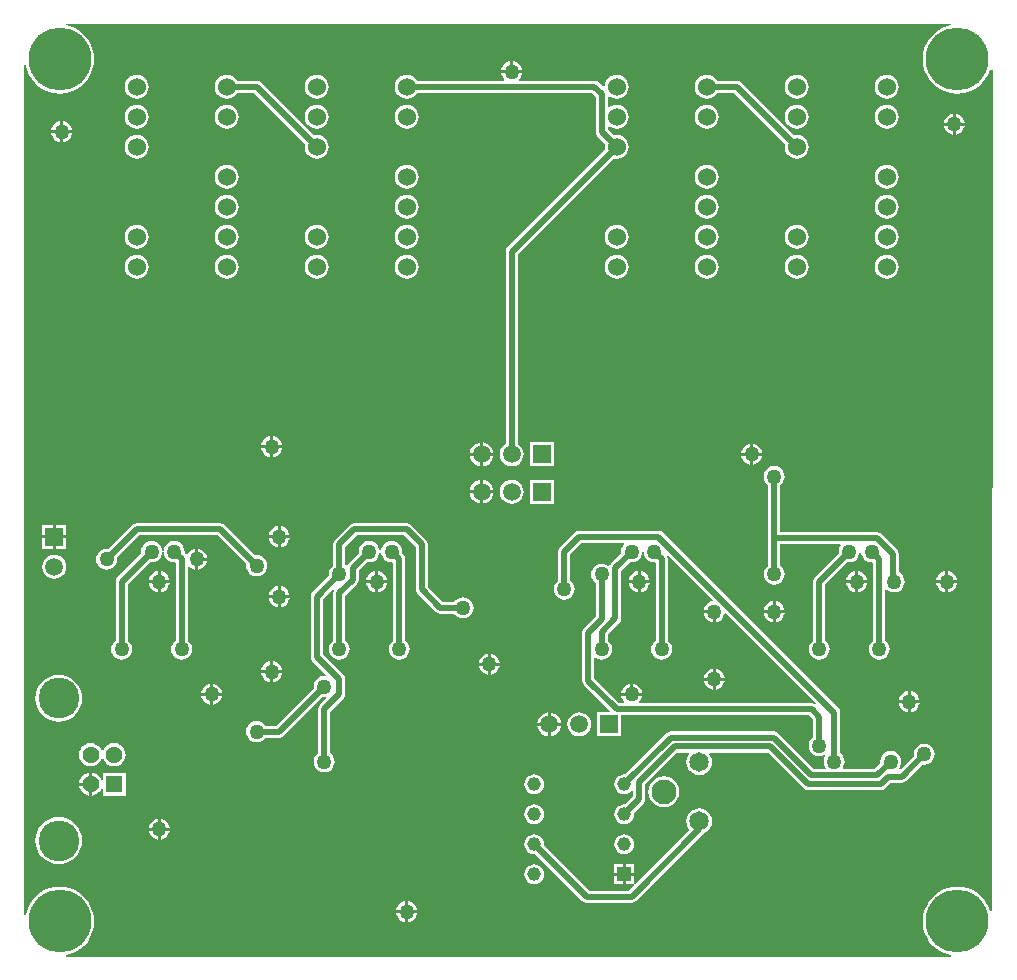
<source format=gbl>
G04 Layer_Physical_Order=2*
G04 Layer_Color=16711680*
%FSLAX25Y25*%
%MOIN*%
G70*
G01*
G75*
%ADD11R,0.05906X0.05906*%
%ADD12R,0.05906X0.05906*%
%ADD20C,0.01969*%
%ADD21C,0.05906*%
%ADD22C,0.20945*%
%ADD23C,0.06496*%
%ADD24C,0.08268*%
%ADD25C,0.06000*%
%ADD26C,0.04567*%
%ADD27R,0.04567X0.04567*%
%ADD28C,0.13583*%
%ADD29C,0.05634*%
%ADD30R,0.05634X0.05634*%
%ADD31C,0.05000*%
G36*
X308993Y310524D02*
X307468Y310157D01*
X305799Y309466D01*
X304259Y308523D01*
X302886Y307350D01*
X301713Y305977D01*
X300770Y304437D01*
X300079Y302769D01*
X299657Y301013D01*
X299516Y299213D01*
X299657Y297412D01*
X300079Y295656D01*
X300770Y293988D01*
X301713Y292448D01*
X302886Y291075D01*
X304259Y289902D01*
X305799Y288959D01*
X307468Y288268D01*
X309223Y287846D01*
X311024Y287705D01*
X312824Y287846D01*
X314580Y288268D01*
X316248Y288959D01*
X317788Y289902D01*
X319161Y291075D01*
X320334Y292448D01*
X321277Y293988D01*
X321953Y295618D01*
X322194Y295718D01*
X322462Y295773D01*
X322835Y295276D01*
X322503Y15281D01*
X322003Y15222D01*
X321968Y15367D01*
X321277Y17036D01*
X320334Y18575D01*
X319161Y19948D01*
X317788Y21121D01*
X316248Y22065D01*
X314580Y22756D01*
X312824Y23177D01*
X311024Y23319D01*
X309223Y23177D01*
X307468Y22756D01*
X305799Y22065D01*
X304259Y21121D01*
X302886Y19948D01*
X301713Y18575D01*
X300770Y17036D01*
X300079Y15367D01*
X299657Y13611D01*
X299516Y11811D01*
X299657Y10011D01*
X300079Y8255D01*
X300770Y6587D01*
X301713Y5047D01*
X302886Y3674D01*
X304259Y2501D01*
X305799Y1557D01*
X307468Y866D01*
X308993Y500D01*
X308934Y0D01*
X13901D01*
X13841Y500D01*
X15367Y866D01*
X17036Y1557D01*
X18575Y2501D01*
X19948Y3674D01*
X21121Y5047D01*
X22065Y6587D01*
X22756Y8255D01*
X23177Y10011D01*
X23319Y11811D01*
X23177Y13611D01*
X22756Y15367D01*
X22065Y17036D01*
X21121Y18575D01*
X19948Y19948D01*
X18575Y21121D01*
X17036Y22065D01*
X15367Y22756D01*
X13611Y23177D01*
X11811Y23319D01*
X10011Y23177D01*
X8255Y22756D01*
X6587Y22065D01*
X5047Y21121D01*
X3674Y19948D01*
X2501Y18575D01*
X1557Y17036D01*
X866Y15367D01*
X500Y13841D01*
X0Y13901D01*
Y297123D01*
X500Y297182D01*
X866Y295656D01*
X1557Y293988D01*
X2501Y292448D01*
X3674Y291075D01*
X5047Y289902D01*
X6587Y288959D01*
X8255Y288268D01*
X10011Y287846D01*
X11811Y287705D01*
X13611Y287846D01*
X15367Y288268D01*
X17036Y288959D01*
X18575Y289902D01*
X19948Y291075D01*
X21121Y292448D01*
X22065Y293988D01*
X22756Y295656D01*
X23177Y297412D01*
X23319Y299213D01*
X23177Y301013D01*
X22756Y302769D01*
X22065Y304437D01*
X21121Y305977D01*
X19948Y307350D01*
X18575Y308523D01*
X17036Y309466D01*
X15367Y310157D01*
X13841Y310524D01*
X13901Y311024D01*
X308934Y311024D01*
X308993Y310524D01*
D02*
G37*
%LPC*%
G36*
X163000Y298464D02*
Y295500D01*
X165964D01*
X165910Y295914D01*
X165557Y296765D01*
X164996Y297496D01*
X164265Y298057D01*
X163414Y298410D01*
X163000Y298464D01*
D02*
G37*
G36*
X162000D02*
X161586Y298410D01*
X160735Y298057D01*
X160004Y297496D01*
X159443Y296765D01*
X159090Y295914D01*
X159036Y295500D01*
X162000D01*
Y298464D01*
D02*
G37*
G36*
X165964Y294500D02*
X159036D01*
X159090Y294086D01*
X159443Y293235D01*
X159989Y292523D01*
X159962Y292345D01*
X159852Y292023D01*
X130990D01*
X130353Y292853D01*
X129517Y293494D01*
X128544Y293897D01*
X127500Y294035D01*
X126456Y293897D01*
X125483Y293494D01*
X124647Y292853D01*
X124006Y292017D01*
X123603Y291044D01*
X123466Y290000D01*
X123603Y288956D01*
X124006Y287983D01*
X124647Y287147D01*
X125483Y286506D01*
X126456Y286103D01*
X127500Y285965D01*
X128544Y286103D01*
X129517Y286506D01*
X130353Y287147D01*
X130990Y287977D01*
X189162D01*
X190477Y286662D01*
Y275000D01*
X190631Y274226D01*
X191069Y273569D01*
X193602Y271037D01*
X193465Y270000D01*
X193602Y268963D01*
X161069Y236431D01*
X160631Y235774D01*
X160477Y235000D01*
Y170930D01*
X159681Y170319D01*
X159047Y169493D01*
X158649Y168532D01*
X158513Y167500D01*
X158649Y166468D01*
X159047Y165507D01*
X159681Y164681D01*
X160507Y164047D01*
X161468Y163649D01*
X162500Y163513D01*
X163532Y163649D01*
X164493Y164047D01*
X165319Y164681D01*
X165953Y165507D01*
X166351Y166468D01*
X166487Y167500D01*
X166351Y168532D01*
X165953Y169493D01*
X165319Y170319D01*
X164523Y170930D01*
Y234162D01*
X196463Y266102D01*
X197500Y265966D01*
X198544Y266103D01*
X199517Y266506D01*
X200353Y267147D01*
X200994Y267983D01*
X201397Y268956D01*
X201535Y270000D01*
X201397Y271044D01*
X200994Y272017D01*
X200353Y272853D01*
X199517Y273494D01*
X198544Y273897D01*
X197500Y274035D01*
X196463Y273898D01*
X194523Y275838D01*
Y276612D01*
X195023Y276859D01*
X195483Y276506D01*
X196456Y276103D01*
X197500Y275965D01*
X198544Y276103D01*
X199517Y276506D01*
X200353Y277147D01*
X200994Y277983D01*
X201397Y278956D01*
X201535Y280000D01*
X201397Y281044D01*
X200994Y282017D01*
X200353Y282853D01*
X199517Y283494D01*
X198544Y283897D01*
X197500Y284034D01*
X196456Y283897D01*
X195483Y283494D01*
X195023Y283141D01*
X194523Y283388D01*
Y286612D01*
X195023Y286859D01*
X195483Y286506D01*
X196456Y286103D01*
X197500Y285965D01*
X198544Y286103D01*
X199517Y286506D01*
X200353Y287147D01*
X200994Y287983D01*
X201397Y288956D01*
X201535Y290000D01*
X201397Y291044D01*
X200994Y292017D01*
X200353Y292853D01*
X199517Y293494D01*
X198544Y293897D01*
X197500Y294035D01*
X196456Y293897D01*
X195483Y293494D01*
X194647Y292853D01*
X194006Y292017D01*
X193603Y291044D01*
X193477Y290091D01*
X193033Y289828D01*
X191431Y291431D01*
X190774Y291869D01*
X190000Y292023D01*
X165148D01*
X165038Y292345D01*
X165011Y292523D01*
X165557Y293235D01*
X165910Y294086D01*
X165964Y294500D01*
D02*
G37*
G36*
X287500Y294035D02*
X286456Y293897D01*
X285483Y293494D01*
X284647Y292853D01*
X284006Y292017D01*
X283603Y291044D01*
X283466Y290000D01*
X283603Y288956D01*
X284006Y287983D01*
X284647Y287147D01*
X285483Y286506D01*
X286456Y286103D01*
X287500Y285965D01*
X288544Y286103D01*
X289517Y286506D01*
X290353Y287147D01*
X290994Y287983D01*
X291397Y288956D01*
X291534Y290000D01*
X291397Y291044D01*
X290994Y292017D01*
X290353Y292853D01*
X289517Y293494D01*
X288544Y293897D01*
X287500Y294035D01*
D02*
G37*
G36*
X257500D02*
X256456Y293897D01*
X255483Y293494D01*
X254647Y292853D01*
X254006Y292017D01*
X253603Y291044D01*
X253466Y290000D01*
X253603Y288956D01*
X254006Y287983D01*
X254647Y287147D01*
X255483Y286506D01*
X256456Y286103D01*
X257500Y285965D01*
X258544Y286103D01*
X259517Y286506D01*
X260353Y287147D01*
X260994Y287983D01*
X261397Y288956D01*
X261535Y290000D01*
X261397Y291044D01*
X260994Y292017D01*
X260353Y292853D01*
X259517Y293494D01*
X258544Y293897D01*
X257500Y294035D01*
D02*
G37*
G36*
X97500D02*
X96456Y293897D01*
X95483Y293494D01*
X94647Y292853D01*
X94006Y292017D01*
X93603Y291044D01*
X93466Y290000D01*
X93603Y288956D01*
X94006Y287983D01*
X94647Y287147D01*
X95483Y286506D01*
X96456Y286103D01*
X97500Y285965D01*
X98544Y286103D01*
X99517Y286506D01*
X100353Y287147D01*
X100994Y287983D01*
X101397Y288956D01*
X101534Y290000D01*
X101397Y291044D01*
X100994Y292017D01*
X100353Y292853D01*
X99517Y293494D01*
X98544Y293897D01*
X97500Y294035D01*
D02*
G37*
G36*
X37500D02*
X36456Y293897D01*
X35483Y293494D01*
X34647Y292853D01*
X34006Y292017D01*
X33603Y291044D01*
X33465Y290000D01*
X33603Y288956D01*
X34006Y287983D01*
X34647Y287147D01*
X35483Y286506D01*
X36456Y286103D01*
X37500Y285965D01*
X38544Y286103D01*
X39517Y286506D01*
X40353Y287147D01*
X40994Y287983D01*
X41397Y288956D01*
X41535Y290000D01*
X41397Y291044D01*
X40994Y292017D01*
X40353Y292853D01*
X39517Y293494D01*
X38544Y293897D01*
X37500Y294035D01*
D02*
G37*
G36*
X310500Y280964D02*
Y278000D01*
X313464D01*
X313410Y278414D01*
X313057Y279265D01*
X312496Y279996D01*
X311765Y280557D01*
X310914Y280910D01*
X310500Y280964D01*
D02*
G37*
G36*
X309500D02*
X309086Y280910D01*
X308235Y280557D01*
X307504Y279996D01*
X306943Y279265D01*
X306590Y278414D01*
X306536Y278000D01*
X309500D01*
Y280964D01*
D02*
G37*
G36*
X287500Y284034D02*
X286456Y283897D01*
X285483Y283494D01*
X284647Y282853D01*
X284006Y282017D01*
X283603Y281044D01*
X283466Y280000D01*
X283603Y278956D01*
X284006Y277983D01*
X284647Y277147D01*
X285483Y276506D01*
X286456Y276103D01*
X287500Y275965D01*
X288544Y276103D01*
X289517Y276506D01*
X290353Y277147D01*
X290994Y277983D01*
X291397Y278956D01*
X291534Y280000D01*
X291397Y281044D01*
X290994Y282017D01*
X290353Y282853D01*
X289517Y283494D01*
X288544Y283897D01*
X287500Y284034D01*
D02*
G37*
G36*
X257500D02*
X256456Y283897D01*
X255483Y283494D01*
X254647Y282853D01*
X254006Y282017D01*
X253603Y281044D01*
X253466Y280000D01*
X253603Y278956D01*
X254006Y277983D01*
X254647Y277147D01*
X255483Y276506D01*
X256456Y276103D01*
X257500Y275965D01*
X258544Y276103D01*
X259517Y276506D01*
X260353Y277147D01*
X260994Y277983D01*
X261397Y278956D01*
X261535Y280000D01*
X261397Y281044D01*
X260994Y282017D01*
X260353Y282853D01*
X259517Y283494D01*
X258544Y283897D01*
X257500Y284034D01*
D02*
G37*
G36*
X227500D02*
X226456Y283897D01*
X225483Y283494D01*
X224647Y282853D01*
X224006Y282017D01*
X223603Y281044D01*
X223465Y280000D01*
X223603Y278956D01*
X224006Y277983D01*
X224647Y277147D01*
X225483Y276506D01*
X226456Y276103D01*
X227500Y275965D01*
X228544Y276103D01*
X229517Y276506D01*
X230353Y277147D01*
X230994Y277983D01*
X231397Y278956D01*
X231535Y280000D01*
X231397Y281044D01*
X230994Y282017D01*
X230353Y282853D01*
X229517Y283494D01*
X228544Y283897D01*
X227500Y284034D01*
D02*
G37*
G36*
X127500D02*
X126456Y283897D01*
X125483Y283494D01*
X124647Y282853D01*
X124006Y282017D01*
X123603Y281044D01*
X123466Y280000D01*
X123603Y278956D01*
X124006Y277983D01*
X124647Y277147D01*
X125483Y276506D01*
X126456Y276103D01*
X127500Y275965D01*
X128544Y276103D01*
X129517Y276506D01*
X130353Y277147D01*
X130994Y277983D01*
X131397Y278956D01*
X131535Y280000D01*
X131397Y281044D01*
X130994Y282017D01*
X130353Y282853D01*
X129517Y283494D01*
X128544Y283897D01*
X127500Y284034D01*
D02*
G37*
G36*
X97500D02*
X96456Y283897D01*
X95483Y283494D01*
X94647Y282853D01*
X94006Y282017D01*
X93603Y281044D01*
X93466Y280000D01*
X93603Y278956D01*
X94006Y277983D01*
X94647Y277147D01*
X95483Y276506D01*
X96456Y276103D01*
X97500Y275965D01*
X98544Y276103D01*
X99517Y276506D01*
X100353Y277147D01*
X100994Y277983D01*
X101397Y278956D01*
X101534Y280000D01*
X101397Y281044D01*
X100994Y282017D01*
X100353Y282853D01*
X99517Y283494D01*
X98544Y283897D01*
X97500Y284034D01*
D02*
G37*
G36*
X67500D02*
X66456Y283897D01*
X65483Y283494D01*
X64647Y282853D01*
X64006Y282017D01*
X63603Y281044D01*
X63465Y280000D01*
X63603Y278956D01*
X64006Y277983D01*
X64647Y277147D01*
X65483Y276506D01*
X66456Y276103D01*
X67500Y275965D01*
X68544Y276103D01*
X69517Y276506D01*
X70353Y277147D01*
X70994Y277983D01*
X71397Y278956D01*
X71535Y280000D01*
X71397Y281044D01*
X70994Y282017D01*
X70353Y282853D01*
X69517Y283494D01*
X68544Y283897D01*
X67500Y284034D01*
D02*
G37*
G36*
X37500D02*
X36456Y283897D01*
X35483Y283494D01*
X34647Y282853D01*
X34006Y282017D01*
X33603Y281044D01*
X33465Y280000D01*
X33603Y278956D01*
X34006Y277983D01*
X34647Y277147D01*
X35483Y276506D01*
X36456Y276103D01*
X37500Y275965D01*
X38544Y276103D01*
X39517Y276506D01*
X40353Y277147D01*
X40994Y277983D01*
X41397Y278956D01*
X41535Y280000D01*
X41397Y281044D01*
X40994Y282017D01*
X40353Y282853D01*
X39517Y283494D01*
X38544Y283897D01*
X37500Y284034D01*
D02*
G37*
G36*
X13000Y278464D02*
Y275500D01*
X15964D01*
X15910Y275914D01*
X15557Y276765D01*
X14996Y277496D01*
X14265Y278057D01*
X13414Y278410D01*
X13000Y278464D01*
D02*
G37*
G36*
X12000D02*
X11586Y278410D01*
X10735Y278057D01*
X10004Y277496D01*
X9443Y276765D01*
X9090Y275914D01*
X9036Y275500D01*
X12000D01*
Y278464D01*
D02*
G37*
G36*
X313464Y277000D02*
X310500D01*
Y274036D01*
X310914Y274090D01*
X311765Y274443D01*
X312496Y275004D01*
X313057Y275735D01*
X313410Y276586D01*
X313464Y277000D01*
D02*
G37*
G36*
X309500D02*
X306536D01*
X306590Y276586D01*
X306943Y275735D01*
X307504Y275004D01*
X308235Y274443D01*
X309086Y274090D01*
X309500Y274036D01*
Y277000D01*
D02*
G37*
G36*
X15964Y274500D02*
X13000D01*
Y271536D01*
X13414Y271590D01*
X14265Y271943D01*
X14996Y272504D01*
X15557Y273235D01*
X15910Y274086D01*
X15964Y274500D01*
D02*
G37*
G36*
X12000D02*
X9036D01*
X9090Y274086D01*
X9443Y273235D01*
X10004Y272504D01*
X10735Y271943D01*
X11586Y271590D01*
X12000Y271536D01*
Y274500D01*
D02*
G37*
G36*
X227500Y294035D02*
X226456Y293897D01*
X225483Y293494D01*
X224647Y292853D01*
X224006Y292017D01*
X223603Y291044D01*
X223465Y290000D01*
X223603Y288956D01*
X224006Y287983D01*
X224647Y287147D01*
X225483Y286506D01*
X226456Y286103D01*
X227500Y285965D01*
X228544Y286103D01*
X229517Y286506D01*
X230353Y287147D01*
X230990Y287977D01*
X236662D01*
X253602Y271037D01*
X253466Y270000D01*
X253603Y268956D01*
X254006Y267983D01*
X254647Y267147D01*
X255483Y266506D01*
X256456Y266103D01*
X257500Y265966D01*
X258544Y266103D01*
X259517Y266506D01*
X260353Y267147D01*
X260994Y267983D01*
X261397Y268956D01*
X261535Y270000D01*
X261397Y271044D01*
X260994Y272017D01*
X260353Y272853D01*
X259517Y273494D01*
X258544Y273897D01*
X257500Y274035D01*
X256463Y273898D01*
X238931Y291431D01*
X238274Y291869D01*
X237500Y292023D01*
X230990D01*
X230353Y292853D01*
X229517Y293494D01*
X228544Y293897D01*
X227500Y294035D01*
D02*
G37*
G36*
X67500D02*
X66456Y293897D01*
X65483Y293494D01*
X64647Y292853D01*
X64006Y292017D01*
X63603Y291044D01*
X63465Y290000D01*
X63603Y288956D01*
X64006Y287983D01*
X64647Y287147D01*
X65483Y286506D01*
X66456Y286103D01*
X67500Y285965D01*
X68544Y286103D01*
X69517Y286506D01*
X70353Y287147D01*
X70990Y287977D01*
X76662D01*
X93602Y271037D01*
X93466Y270000D01*
X93603Y268956D01*
X94006Y267983D01*
X94647Y267147D01*
X95483Y266506D01*
X96456Y266103D01*
X97500Y265966D01*
X98544Y266103D01*
X99517Y266506D01*
X100353Y267147D01*
X100994Y267983D01*
X101397Y268956D01*
X101534Y270000D01*
X101397Y271044D01*
X100994Y272017D01*
X100353Y272853D01*
X99517Y273494D01*
X98544Y273897D01*
X97500Y274035D01*
X96463Y273898D01*
X78931Y291431D01*
X78274Y291869D01*
X77500Y292023D01*
X70990D01*
X70353Y292853D01*
X69517Y293494D01*
X68544Y293897D01*
X67500Y294035D01*
D02*
G37*
G36*
X37500Y274035D02*
X36456Y273897D01*
X35483Y273494D01*
X34647Y272853D01*
X34006Y272017D01*
X33603Y271044D01*
X33465Y270000D01*
X33603Y268956D01*
X34006Y267983D01*
X34647Y267147D01*
X35483Y266506D01*
X36456Y266103D01*
X37500Y265966D01*
X38544Y266103D01*
X39517Y266506D01*
X40353Y267147D01*
X40994Y267983D01*
X41397Y268956D01*
X41535Y270000D01*
X41397Y271044D01*
X40994Y272017D01*
X40353Y272853D01*
X39517Y273494D01*
X38544Y273897D01*
X37500Y274035D01*
D02*
G37*
G36*
X287500Y264035D02*
X286456Y263897D01*
X285483Y263494D01*
X284647Y262853D01*
X284006Y262017D01*
X283603Y261044D01*
X283466Y260000D01*
X283603Y258956D01*
X284006Y257983D01*
X284647Y257147D01*
X285483Y256506D01*
X286456Y256103D01*
X287500Y255965D01*
X288544Y256103D01*
X289517Y256506D01*
X290353Y257147D01*
X290994Y257983D01*
X291397Y258956D01*
X291534Y260000D01*
X291397Y261044D01*
X290994Y262017D01*
X290353Y262853D01*
X289517Y263494D01*
X288544Y263897D01*
X287500Y264035D01*
D02*
G37*
G36*
X227500D02*
X226456Y263897D01*
X225483Y263494D01*
X224647Y262853D01*
X224006Y262017D01*
X223603Y261044D01*
X223465Y260000D01*
X223603Y258956D01*
X224006Y257983D01*
X224647Y257147D01*
X225483Y256506D01*
X226456Y256103D01*
X227500Y255965D01*
X228544Y256103D01*
X229517Y256506D01*
X230353Y257147D01*
X230994Y257983D01*
X231397Y258956D01*
X231535Y260000D01*
X231397Y261044D01*
X230994Y262017D01*
X230353Y262853D01*
X229517Y263494D01*
X228544Y263897D01*
X227500Y264035D01*
D02*
G37*
G36*
X127500D02*
X126456Y263897D01*
X125483Y263494D01*
X124647Y262853D01*
X124006Y262017D01*
X123603Y261044D01*
X123466Y260000D01*
X123603Y258956D01*
X124006Y257983D01*
X124647Y257147D01*
X125483Y256506D01*
X126456Y256103D01*
X127500Y255965D01*
X128544Y256103D01*
X129517Y256506D01*
X130353Y257147D01*
X130994Y257983D01*
X131397Y258956D01*
X131535Y260000D01*
X131397Y261044D01*
X130994Y262017D01*
X130353Y262853D01*
X129517Y263494D01*
X128544Y263897D01*
X127500Y264035D01*
D02*
G37*
G36*
X67500D02*
X66456Y263897D01*
X65483Y263494D01*
X64647Y262853D01*
X64006Y262017D01*
X63603Y261044D01*
X63465Y260000D01*
X63603Y258956D01*
X64006Y257983D01*
X64647Y257147D01*
X65483Y256506D01*
X66456Y256103D01*
X67500Y255965D01*
X68544Y256103D01*
X69517Y256506D01*
X70353Y257147D01*
X70994Y257983D01*
X71397Y258956D01*
X71535Y260000D01*
X71397Y261044D01*
X70994Y262017D01*
X70353Y262853D01*
X69517Y263494D01*
X68544Y263897D01*
X67500Y264035D01*
D02*
G37*
G36*
X287500Y254034D02*
X286456Y253897D01*
X285483Y253494D01*
X284647Y252853D01*
X284006Y252017D01*
X283603Y251044D01*
X283466Y250000D01*
X283603Y248956D01*
X284006Y247983D01*
X284647Y247147D01*
X285483Y246506D01*
X286456Y246103D01*
X287500Y245966D01*
X288544Y246103D01*
X289517Y246506D01*
X290353Y247147D01*
X290994Y247983D01*
X291397Y248956D01*
X291534Y250000D01*
X291397Y251044D01*
X290994Y252017D01*
X290353Y252853D01*
X289517Y253494D01*
X288544Y253897D01*
X287500Y254034D01*
D02*
G37*
G36*
X227500D02*
X226456Y253897D01*
X225483Y253494D01*
X224647Y252853D01*
X224006Y252017D01*
X223603Y251044D01*
X223465Y250000D01*
X223603Y248956D01*
X224006Y247983D01*
X224647Y247147D01*
X225483Y246506D01*
X226456Y246103D01*
X227500Y245966D01*
X228544Y246103D01*
X229517Y246506D01*
X230353Y247147D01*
X230994Y247983D01*
X231397Y248956D01*
X231535Y250000D01*
X231397Y251044D01*
X230994Y252017D01*
X230353Y252853D01*
X229517Y253494D01*
X228544Y253897D01*
X227500Y254034D01*
D02*
G37*
G36*
X127500D02*
X126456Y253897D01*
X125483Y253494D01*
X124647Y252853D01*
X124006Y252017D01*
X123603Y251044D01*
X123466Y250000D01*
X123603Y248956D01*
X124006Y247983D01*
X124647Y247147D01*
X125483Y246506D01*
X126456Y246103D01*
X127500Y245966D01*
X128544Y246103D01*
X129517Y246506D01*
X130353Y247147D01*
X130994Y247983D01*
X131397Y248956D01*
X131535Y250000D01*
X131397Y251044D01*
X130994Y252017D01*
X130353Y252853D01*
X129517Y253494D01*
X128544Y253897D01*
X127500Y254034D01*
D02*
G37*
G36*
X67500D02*
X66456Y253897D01*
X65483Y253494D01*
X64647Y252853D01*
X64006Y252017D01*
X63603Y251044D01*
X63465Y250000D01*
X63603Y248956D01*
X64006Y247983D01*
X64647Y247147D01*
X65483Y246506D01*
X66456Y246103D01*
X67500Y245966D01*
X68544Y246103D01*
X69517Y246506D01*
X70353Y247147D01*
X70994Y247983D01*
X71397Y248956D01*
X71535Y250000D01*
X71397Y251044D01*
X70994Y252017D01*
X70353Y252853D01*
X69517Y253494D01*
X68544Y253897D01*
X67500Y254034D01*
D02*
G37*
G36*
X287500Y244035D02*
X286456Y243897D01*
X285483Y243494D01*
X284647Y242853D01*
X284006Y242017D01*
X283603Y241044D01*
X283466Y240000D01*
X283603Y238956D01*
X284006Y237983D01*
X284647Y237147D01*
X285483Y236506D01*
X286456Y236103D01*
X287500Y235965D01*
X288544Y236103D01*
X289517Y236506D01*
X290353Y237147D01*
X290994Y237983D01*
X291397Y238956D01*
X291534Y240000D01*
X291397Y241044D01*
X290994Y242017D01*
X290353Y242853D01*
X289517Y243494D01*
X288544Y243897D01*
X287500Y244035D01*
D02*
G37*
G36*
X257500D02*
X256456Y243897D01*
X255483Y243494D01*
X254647Y242853D01*
X254006Y242017D01*
X253603Y241044D01*
X253466Y240000D01*
X253603Y238956D01*
X254006Y237983D01*
X254647Y237147D01*
X255483Y236506D01*
X256456Y236103D01*
X257500Y235965D01*
X258544Y236103D01*
X259517Y236506D01*
X260353Y237147D01*
X260994Y237983D01*
X261397Y238956D01*
X261535Y240000D01*
X261397Y241044D01*
X260994Y242017D01*
X260353Y242853D01*
X259517Y243494D01*
X258544Y243897D01*
X257500Y244035D01*
D02*
G37*
G36*
X227500D02*
X226456Y243897D01*
X225483Y243494D01*
X224647Y242853D01*
X224006Y242017D01*
X223603Y241044D01*
X223465Y240000D01*
X223603Y238956D01*
X224006Y237983D01*
X224647Y237147D01*
X225483Y236506D01*
X226456Y236103D01*
X227500Y235965D01*
X228544Y236103D01*
X229517Y236506D01*
X230353Y237147D01*
X230994Y237983D01*
X231397Y238956D01*
X231535Y240000D01*
X231397Y241044D01*
X230994Y242017D01*
X230353Y242853D01*
X229517Y243494D01*
X228544Y243897D01*
X227500Y244035D01*
D02*
G37*
G36*
X197500D02*
X196456Y243897D01*
X195483Y243494D01*
X194647Y242853D01*
X194006Y242017D01*
X193603Y241044D01*
X193465Y240000D01*
X193603Y238956D01*
X194006Y237983D01*
X194647Y237147D01*
X195483Y236506D01*
X196456Y236103D01*
X197500Y235965D01*
X198544Y236103D01*
X199517Y236506D01*
X200353Y237147D01*
X200994Y237983D01*
X201397Y238956D01*
X201535Y240000D01*
X201397Y241044D01*
X200994Y242017D01*
X200353Y242853D01*
X199517Y243494D01*
X198544Y243897D01*
X197500Y244035D01*
D02*
G37*
G36*
X127500D02*
X126456Y243897D01*
X125483Y243494D01*
X124647Y242853D01*
X124006Y242017D01*
X123603Y241044D01*
X123466Y240000D01*
X123603Y238956D01*
X124006Y237983D01*
X124647Y237147D01*
X125483Y236506D01*
X126456Y236103D01*
X127500Y235965D01*
X128544Y236103D01*
X129517Y236506D01*
X130353Y237147D01*
X130994Y237983D01*
X131397Y238956D01*
X131535Y240000D01*
X131397Y241044D01*
X130994Y242017D01*
X130353Y242853D01*
X129517Y243494D01*
X128544Y243897D01*
X127500Y244035D01*
D02*
G37*
G36*
X97500D02*
X96456Y243897D01*
X95483Y243494D01*
X94647Y242853D01*
X94006Y242017D01*
X93603Y241044D01*
X93466Y240000D01*
X93603Y238956D01*
X94006Y237983D01*
X94647Y237147D01*
X95483Y236506D01*
X96456Y236103D01*
X97500Y235965D01*
X98544Y236103D01*
X99517Y236506D01*
X100353Y237147D01*
X100994Y237983D01*
X101397Y238956D01*
X101534Y240000D01*
X101397Y241044D01*
X100994Y242017D01*
X100353Y242853D01*
X99517Y243494D01*
X98544Y243897D01*
X97500Y244035D01*
D02*
G37*
G36*
X67500D02*
X66456Y243897D01*
X65483Y243494D01*
X64647Y242853D01*
X64006Y242017D01*
X63603Y241044D01*
X63465Y240000D01*
X63603Y238956D01*
X64006Y237983D01*
X64647Y237147D01*
X65483Y236506D01*
X66456Y236103D01*
X67500Y235965D01*
X68544Y236103D01*
X69517Y236506D01*
X70353Y237147D01*
X70994Y237983D01*
X71397Y238956D01*
X71535Y240000D01*
X71397Y241044D01*
X70994Y242017D01*
X70353Y242853D01*
X69517Y243494D01*
X68544Y243897D01*
X67500Y244035D01*
D02*
G37*
G36*
X37500D02*
X36456Y243897D01*
X35483Y243494D01*
X34647Y242853D01*
X34006Y242017D01*
X33603Y241044D01*
X33465Y240000D01*
X33603Y238956D01*
X34006Y237983D01*
X34647Y237147D01*
X35483Y236506D01*
X36456Y236103D01*
X37500Y235965D01*
X38544Y236103D01*
X39517Y236506D01*
X40353Y237147D01*
X40994Y237983D01*
X41397Y238956D01*
X41535Y240000D01*
X41397Y241044D01*
X40994Y242017D01*
X40353Y242853D01*
X39517Y243494D01*
X38544Y243897D01*
X37500Y244035D01*
D02*
G37*
G36*
X287500Y234034D02*
X286456Y233897D01*
X285483Y233494D01*
X284647Y232853D01*
X284006Y232017D01*
X283603Y231044D01*
X283466Y230000D01*
X283603Y228956D01*
X284006Y227983D01*
X284647Y227147D01*
X285483Y226506D01*
X286456Y226103D01*
X287500Y225965D01*
X288544Y226103D01*
X289517Y226506D01*
X290353Y227147D01*
X290994Y227983D01*
X291397Y228956D01*
X291534Y230000D01*
X291397Y231044D01*
X290994Y232017D01*
X290353Y232853D01*
X289517Y233494D01*
X288544Y233897D01*
X287500Y234034D01*
D02*
G37*
G36*
X257500D02*
X256456Y233897D01*
X255483Y233494D01*
X254647Y232853D01*
X254006Y232017D01*
X253603Y231044D01*
X253466Y230000D01*
X253603Y228956D01*
X254006Y227983D01*
X254647Y227147D01*
X255483Y226506D01*
X256456Y226103D01*
X257500Y225965D01*
X258544Y226103D01*
X259517Y226506D01*
X260353Y227147D01*
X260994Y227983D01*
X261397Y228956D01*
X261535Y230000D01*
X261397Y231044D01*
X260994Y232017D01*
X260353Y232853D01*
X259517Y233494D01*
X258544Y233897D01*
X257500Y234034D01*
D02*
G37*
G36*
X227500D02*
X226456Y233897D01*
X225483Y233494D01*
X224647Y232853D01*
X224006Y232017D01*
X223603Y231044D01*
X223465Y230000D01*
X223603Y228956D01*
X224006Y227983D01*
X224647Y227147D01*
X225483Y226506D01*
X226456Y226103D01*
X227500Y225965D01*
X228544Y226103D01*
X229517Y226506D01*
X230353Y227147D01*
X230994Y227983D01*
X231397Y228956D01*
X231535Y230000D01*
X231397Y231044D01*
X230994Y232017D01*
X230353Y232853D01*
X229517Y233494D01*
X228544Y233897D01*
X227500Y234034D01*
D02*
G37*
G36*
X197500D02*
X196456Y233897D01*
X195483Y233494D01*
X194647Y232853D01*
X194006Y232017D01*
X193603Y231044D01*
X193465Y230000D01*
X193603Y228956D01*
X194006Y227983D01*
X194647Y227147D01*
X195483Y226506D01*
X196456Y226103D01*
X197500Y225965D01*
X198544Y226103D01*
X199517Y226506D01*
X200353Y227147D01*
X200994Y227983D01*
X201397Y228956D01*
X201535Y230000D01*
X201397Y231044D01*
X200994Y232017D01*
X200353Y232853D01*
X199517Y233494D01*
X198544Y233897D01*
X197500Y234034D01*
D02*
G37*
G36*
X127500D02*
X126456Y233897D01*
X125483Y233494D01*
X124647Y232853D01*
X124006Y232017D01*
X123603Y231044D01*
X123466Y230000D01*
X123603Y228956D01*
X124006Y227983D01*
X124647Y227147D01*
X125483Y226506D01*
X126456Y226103D01*
X127500Y225965D01*
X128544Y226103D01*
X129517Y226506D01*
X130353Y227147D01*
X130994Y227983D01*
X131397Y228956D01*
X131535Y230000D01*
X131397Y231044D01*
X130994Y232017D01*
X130353Y232853D01*
X129517Y233494D01*
X128544Y233897D01*
X127500Y234034D01*
D02*
G37*
G36*
X97500D02*
X96456Y233897D01*
X95483Y233494D01*
X94647Y232853D01*
X94006Y232017D01*
X93603Y231044D01*
X93466Y230000D01*
X93603Y228956D01*
X94006Y227983D01*
X94647Y227147D01*
X95483Y226506D01*
X96456Y226103D01*
X97500Y225965D01*
X98544Y226103D01*
X99517Y226506D01*
X100353Y227147D01*
X100994Y227983D01*
X101397Y228956D01*
X101534Y230000D01*
X101397Y231044D01*
X100994Y232017D01*
X100353Y232853D01*
X99517Y233494D01*
X98544Y233897D01*
X97500Y234034D01*
D02*
G37*
G36*
X67500D02*
X66456Y233897D01*
X65483Y233494D01*
X64647Y232853D01*
X64006Y232017D01*
X63603Y231044D01*
X63465Y230000D01*
X63603Y228956D01*
X64006Y227983D01*
X64647Y227147D01*
X65483Y226506D01*
X66456Y226103D01*
X67500Y225965D01*
X68544Y226103D01*
X69517Y226506D01*
X70353Y227147D01*
X70994Y227983D01*
X71397Y228956D01*
X71535Y230000D01*
X71397Y231044D01*
X70994Y232017D01*
X70353Y232853D01*
X69517Y233494D01*
X68544Y233897D01*
X67500Y234034D01*
D02*
G37*
G36*
X37500D02*
X36456Y233897D01*
X35483Y233494D01*
X34647Y232853D01*
X34006Y232017D01*
X33603Y231044D01*
X33465Y230000D01*
X33603Y228956D01*
X34006Y227983D01*
X34647Y227147D01*
X35483Y226506D01*
X36456Y226103D01*
X37500Y225965D01*
X38544Y226103D01*
X39517Y226506D01*
X40353Y227147D01*
X40994Y227983D01*
X41397Y228956D01*
X41535Y230000D01*
X41397Y231044D01*
X40994Y232017D01*
X40353Y232853D01*
X39517Y233494D01*
X38544Y233897D01*
X37500Y234034D01*
D02*
G37*
G36*
X83000Y173464D02*
Y170500D01*
X85964D01*
X85910Y170914D01*
X85557Y171765D01*
X84996Y172496D01*
X84265Y173057D01*
X83414Y173410D01*
X83000Y173464D01*
D02*
G37*
G36*
X82000D02*
X81586Y173410D01*
X80735Y173057D01*
X80004Y172496D01*
X79443Y171765D01*
X79090Y170914D01*
X79036Y170500D01*
X82000D01*
Y173464D01*
D02*
G37*
G36*
X153000Y171421D02*
Y168000D01*
X156421D01*
X156351Y168532D01*
X155953Y169493D01*
X155319Y170319D01*
X154493Y170953D01*
X153532Y171351D01*
X153000Y171421D01*
D02*
G37*
G36*
X243000Y170964D02*
Y168000D01*
X245964D01*
X245910Y168414D01*
X245557Y169265D01*
X244996Y169996D01*
X244265Y170557D01*
X243414Y170910D01*
X243000Y170964D01*
D02*
G37*
G36*
X242000D02*
X241586Y170910D01*
X240735Y170557D01*
X240004Y169996D01*
X239443Y169265D01*
X239090Y168414D01*
X239036Y168000D01*
X242000D01*
Y170964D01*
D02*
G37*
G36*
X152000Y171421D02*
X151468Y171351D01*
X150507Y170953D01*
X149681Y170319D01*
X149047Y169493D01*
X148649Y168532D01*
X148579Y168000D01*
X152000D01*
Y171421D01*
D02*
G37*
G36*
X85964Y169500D02*
X83000D01*
Y166536D01*
X83414Y166590D01*
X84265Y166943D01*
X84996Y167504D01*
X85557Y168235D01*
X85910Y169086D01*
X85964Y169500D01*
D02*
G37*
G36*
X82000D02*
X79036D01*
X79090Y169086D01*
X79443Y168235D01*
X80004Y167504D01*
X80735Y166943D01*
X81586Y166590D01*
X82000Y166536D01*
Y169500D01*
D02*
G37*
G36*
X245964Y167000D02*
X243000D01*
Y164036D01*
X243414Y164090D01*
X244265Y164443D01*
X244996Y165004D01*
X245557Y165735D01*
X245910Y166586D01*
X245964Y167000D01*
D02*
G37*
G36*
X242000D02*
X239036D01*
X239090Y166586D01*
X239443Y165735D01*
X240004Y165004D01*
X240735Y164443D01*
X241586Y164090D01*
X242000Y164036D01*
Y167000D01*
D02*
G37*
G36*
X156421D02*
X153000D01*
Y163579D01*
X153532Y163649D01*
X154493Y164047D01*
X155319Y164681D01*
X155953Y165507D01*
X156351Y166468D01*
X156421Y167000D01*
D02*
G37*
G36*
X152000D02*
X148579D01*
X148649Y166468D01*
X149047Y165507D01*
X149681Y164681D01*
X150507Y164047D01*
X151468Y163649D01*
X152000Y163579D01*
Y167000D01*
D02*
G37*
G36*
X176453Y171453D02*
X168547D01*
Y163547D01*
X176453D01*
Y171453D01*
D02*
G37*
G36*
X153000Y158921D02*
Y155500D01*
X156421D01*
X156351Y156032D01*
X155953Y156993D01*
X155319Y157819D01*
X154493Y158453D01*
X153532Y158851D01*
X153000Y158921D01*
D02*
G37*
G36*
X152000D02*
X151468Y158851D01*
X150507Y158453D01*
X149681Y157819D01*
X149047Y156993D01*
X148649Y156032D01*
X148579Y155500D01*
X152000D01*
Y158921D01*
D02*
G37*
G36*
X156421Y154500D02*
X153000D01*
Y151079D01*
X153532Y151149D01*
X154493Y151547D01*
X155319Y152181D01*
X155953Y153007D01*
X156351Y153968D01*
X156421Y154500D01*
D02*
G37*
G36*
X152000D02*
X148579D01*
X148649Y153968D01*
X149047Y153007D01*
X149681Y152181D01*
X150507Y151547D01*
X151468Y151149D01*
X152000Y151079D01*
Y154500D01*
D02*
G37*
G36*
X176453Y158953D02*
X168547D01*
Y151047D01*
X176453D01*
Y158953D01*
D02*
G37*
G36*
X162500Y158987D02*
X161468Y158851D01*
X160507Y158453D01*
X159681Y157819D01*
X159047Y156993D01*
X158649Y156032D01*
X158513Y155000D01*
X158649Y153968D01*
X159047Y153007D01*
X159681Y152181D01*
X160507Y151547D01*
X161468Y151149D01*
X162500Y151013D01*
X163532Y151149D01*
X164493Y151547D01*
X165319Y152181D01*
X165953Y153007D01*
X166351Y153968D01*
X166487Y155000D01*
X166351Y156032D01*
X165953Y156993D01*
X165319Y157819D01*
X164493Y158453D01*
X163532Y158851D01*
X162500Y158987D01*
D02*
G37*
G36*
X13953Y143953D02*
X10500D01*
Y140500D01*
X13953D01*
Y143953D01*
D02*
G37*
G36*
X85500Y143464D02*
Y140500D01*
X88464D01*
X88410Y140914D01*
X88057Y141765D01*
X87496Y142496D01*
X86765Y143057D01*
X85914Y143410D01*
X85500Y143464D01*
D02*
G37*
G36*
X84500D02*
X84086Y143410D01*
X83235Y143057D01*
X82504Y142496D01*
X81943Y141765D01*
X81590Y140914D01*
X81536Y140500D01*
X84500D01*
Y143464D01*
D02*
G37*
G36*
X9500Y143953D02*
X6047D01*
Y140500D01*
X9500D01*
Y143953D01*
D02*
G37*
G36*
X88464Y139500D02*
X85500D01*
Y136536D01*
X85914Y136590D01*
X86765Y136943D01*
X87496Y137504D01*
X88057Y138235D01*
X88410Y139086D01*
X88464Y139500D01*
D02*
G37*
G36*
X84500D02*
X81536D01*
X81590Y139086D01*
X81943Y138235D01*
X82504Y137504D01*
X83235Y136943D01*
X84086Y136590D01*
X84500Y136536D01*
Y139500D01*
D02*
G37*
G36*
X13953D02*
X10500D01*
Y136047D01*
X13953D01*
Y139500D01*
D02*
G37*
G36*
X9500D02*
X6047D01*
Y136047D01*
X9500D01*
Y139500D01*
D02*
G37*
G36*
X50000Y138530D02*
X49086Y138410D01*
X48235Y138057D01*
X47504Y137496D01*
X46943Y136765D01*
X46590Y135914D01*
X46503Y135254D01*
X46502Y135246D01*
X45998D01*
X45997Y135254D01*
X45910Y135914D01*
X45557Y136765D01*
X44996Y137496D01*
X44265Y138057D01*
X43414Y138410D01*
X42500Y138530D01*
X41586Y138410D01*
X40735Y138057D01*
X40004Y137496D01*
X39443Y136765D01*
X39090Y135914D01*
X38970Y135000D01*
X39048Y134409D01*
X31069Y126431D01*
X30631Y125774D01*
X30477Y125000D01*
Y105359D01*
X30004Y104996D01*
X29443Y104265D01*
X29090Y103414D01*
X28970Y102500D01*
X29090Y101586D01*
X29443Y100735D01*
X30004Y100004D01*
X30735Y99443D01*
X31586Y99090D01*
X32500Y98970D01*
X33414Y99090D01*
X34265Y99443D01*
X34996Y100004D01*
X35557Y100735D01*
X35910Y101586D01*
X36030Y102500D01*
X35910Y103414D01*
X35557Y104265D01*
X34996Y104996D01*
X34523Y105359D01*
Y124162D01*
X41909Y131548D01*
X42500Y131470D01*
X43414Y131590D01*
X44265Y131943D01*
X44996Y132504D01*
X45557Y133235D01*
X45910Y134086D01*
X45997Y134746D01*
X45998Y134754D01*
X46502D01*
X46503Y134746D01*
X46590Y134086D01*
X46943Y133235D01*
X47504Y132504D01*
X48235Y131943D01*
X49086Y131590D01*
X50000Y131470D01*
X50101Y131483D01*
X50477Y131153D01*
Y105359D01*
X50004Y104996D01*
X49443Y104265D01*
X49090Y103414D01*
X48970Y102500D01*
X49090Y101586D01*
X49443Y100735D01*
X50004Y100004D01*
X50735Y99443D01*
X51586Y99090D01*
X52500Y98970D01*
X53414Y99090D01*
X54265Y99443D01*
X54996Y100004D01*
X55557Y100735D01*
X55910Y101586D01*
X56030Y102500D01*
X55910Y103414D01*
X55557Y104265D01*
X54996Y104996D01*
X54523Y105359D01*
Y129852D01*
X54845Y129962D01*
X55023Y129989D01*
X55735Y129443D01*
X56586Y129090D01*
X57000Y129036D01*
Y132500D01*
Y135964D01*
X56586Y135910D01*
X55735Y135557D01*
X55004Y134996D01*
X54443Y134265D01*
X54367Y134083D01*
X53812Y134049D01*
X53452Y134409D01*
X53530Y135000D01*
X53410Y135914D01*
X53057Y136765D01*
X52496Y137496D01*
X51765Y138057D01*
X50914Y138410D01*
X50000Y138530D01*
D02*
G37*
G36*
X58000Y135964D02*
Y133000D01*
X60964D01*
X60910Y133414D01*
X60557Y134265D01*
X59996Y134996D01*
X59265Y135557D01*
X58414Y135910D01*
X58000Y135964D01*
D02*
G37*
G36*
X211342Y142023D02*
X185000D01*
X184226Y141869D01*
X183569Y141431D01*
X178569Y136431D01*
X178131Y135774D01*
X177977Y135000D01*
Y125359D01*
X177504Y124996D01*
X176943Y124265D01*
X176590Y123414D01*
X176470Y122500D01*
X176590Y121586D01*
X176943Y120735D01*
X177504Y120004D01*
X178235Y119443D01*
X179086Y119090D01*
X180000Y118970D01*
X180914Y119090D01*
X181765Y119443D01*
X182496Y120004D01*
X183057Y120735D01*
X183410Y121586D01*
X183530Y122500D01*
X183410Y123414D01*
X183057Y124265D01*
X182496Y124996D01*
X182023Y125359D01*
Y134162D01*
X185838Y137977D01*
X199852D01*
X199962Y137655D01*
X199989Y137477D01*
X199443Y136765D01*
X199090Y135914D01*
X198970Y135000D01*
X199048Y134409D01*
X195554Y130915D01*
X195237Y130441D01*
X194711Y130285D01*
X194612Y130291D01*
X194265Y130557D01*
X193414Y130910D01*
X192500Y131030D01*
X191586Y130910D01*
X190735Y130557D01*
X190004Y129996D01*
X189443Y129265D01*
X189090Y128414D01*
X188970Y127500D01*
X189090Y126586D01*
X189443Y125735D01*
X190004Y125004D01*
X190477Y124641D01*
Y113338D01*
X186585Y109446D01*
X186147Y108790D01*
X185993Y108016D01*
Y91984D01*
X186147Y91210D01*
X186585Y90554D01*
X195224Y81915D01*
X195033Y81453D01*
X191047D01*
Y73547D01*
X198953D01*
Y80477D01*
X261662D01*
X262977Y79162D01*
Y73233D01*
X262504Y72870D01*
X261943Y72139D01*
X261590Y71288D01*
X261470Y70374D01*
X261590Y69460D01*
X261943Y68609D01*
X262504Y67878D01*
X263235Y67317D01*
X264086Y66964D01*
X265000Y66844D01*
X265914Y66964D01*
X266722Y67299D01*
X266764Y67280D01*
X266967Y66797D01*
X266943Y66765D01*
X266590Y65914D01*
X266470Y65000D01*
X266590Y64086D01*
X266943Y63235D01*
X267129Y62992D01*
X266883Y62492D01*
X263263D01*
X251281Y74474D01*
X250625Y74912D01*
X249850Y75066D01*
X215543D01*
X214769Y74912D01*
X214113Y74474D01*
X200398Y60759D01*
X200000Y60812D01*
X199143Y60699D01*
X198344Y60368D01*
X197658Y59842D01*
X197132Y59156D01*
X196801Y58357D01*
X196688Y57500D01*
X196801Y56643D01*
X197132Y55844D01*
X197658Y55158D01*
X198344Y54632D01*
X199143Y54301D01*
X200000Y54188D01*
X200857Y54301D01*
X201656Y54632D01*
X202342Y55158D01*
X202477Y55334D01*
X202977Y55164D01*
Y53338D01*
X200398Y50759D01*
X200000Y50812D01*
X199143Y50699D01*
X198344Y50368D01*
X197658Y49842D01*
X197132Y49156D01*
X196801Y48357D01*
X196688Y47500D01*
X196801Y46643D01*
X197132Y45844D01*
X197658Y45158D01*
X198344Y44632D01*
X199143Y44301D01*
X200000Y44188D01*
X200857Y44301D01*
X201656Y44632D01*
X202342Y45158D01*
X202868Y45844D01*
X203199Y46643D01*
X203312Y47500D01*
X203259Y47898D01*
X206431Y51069D01*
X206869Y51726D01*
X207023Y52500D01*
Y57464D01*
X217611Y68052D01*
X221478D01*
X221724Y67552D01*
X221289Y66985D01*
X220861Y65952D01*
X220715Y64842D01*
X220861Y63734D01*
X221289Y62700D01*
X221970Y61813D01*
X222858Y61132D01*
X223891Y60704D01*
X225000Y60558D01*
X226109Y60704D01*
X227142Y61132D01*
X228030Y61813D01*
X228711Y62700D01*
X229139Y63734D01*
X229285Y64842D01*
X229139Y65952D01*
X228711Y66985D01*
X228276Y67552D01*
X228522Y68052D01*
X247783D01*
X259765Y56069D01*
X260421Y55631D01*
X261196Y55477D01*
X285556D01*
X286331Y55631D01*
X286987Y56069D01*
X288894Y57977D01*
X292500D01*
X293274Y58131D01*
X293931Y58569D01*
X299409Y64048D01*
X300000Y63970D01*
X300914Y64090D01*
X301765Y64443D01*
X302496Y65004D01*
X303057Y65735D01*
X303410Y66586D01*
X303530Y67500D01*
X303410Y68414D01*
X303057Y69265D01*
X302496Y69996D01*
X301765Y70557D01*
X300914Y70910D01*
X300000Y71030D01*
X299086Y70910D01*
X298235Y70557D01*
X297504Y69996D01*
X296943Y69265D01*
X296590Y68414D01*
X296470Y67500D01*
X296548Y66909D01*
X291940Y62301D01*
X291835Y62309D01*
X291629Y62731D01*
X291641Y62877D01*
X291915Y63235D01*
X292268Y64086D01*
X292389Y65000D01*
X292268Y65914D01*
X291915Y66765D01*
X291354Y67496D01*
X290623Y68057D01*
X289772Y68410D01*
X288858Y68530D01*
X287945Y68410D01*
X287093Y68057D01*
X286362Y67496D01*
X285801Y66765D01*
X285448Y65914D01*
X285328Y65000D01*
X285406Y64409D01*
X283489Y62492D01*
X273117D01*
X272871Y62992D01*
X273057Y63235D01*
X273410Y64086D01*
X273530Y65000D01*
X273410Y65914D01*
X273057Y66765D01*
X272496Y67496D01*
X272023Y67859D01*
Y81342D01*
X271869Y82116D01*
X271431Y82772D01*
X212772Y141431D01*
X212116Y141869D01*
X211342Y142023D01*
D02*
G37*
G36*
X60964Y132000D02*
X58000D01*
Y129036D01*
X58414Y129090D01*
X59265Y129443D01*
X59996Y130004D01*
X60557Y130735D01*
X60910Y131586D01*
X60964Y132000D01*
D02*
G37*
G36*
X65339Y144523D02*
X37500D01*
X36726Y144369D01*
X36069Y143931D01*
X28091Y135952D01*
X27500Y136030D01*
X26586Y135910D01*
X25735Y135557D01*
X25004Y134996D01*
X24443Y134265D01*
X24090Y133414D01*
X23970Y132500D01*
X24090Y131586D01*
X24443Y130735D01*
X25004Y130004D01*
X25735Y129443D01*
X26586Y129090D01*
X27500Y128970D01*
X28414Y129090D01*
X29265Y129443D01*
X29996Y130004D01*
X30557Y130735D01*
X30910Y131586D01*
X31030Y132500D01*
X30952Y133091D01*
X38338Y140477D01*
X64501D01*
X74048Y130930D01*
X73970Y130339D01*
X74090Y129425D01*
X74443Y128574D01*
X75004Y127842D01*
X75735Y127281D01*
X76586Y126929D01*
X77500Y126808D01*
X78414Y126929D01*
X79265Y127281D01*
X79996Y127842D01*
X80557Y128574D01*
X80910Y129425D01*
X81030Y130339D01*
X80910Y131252D01*
X80557Y132104D01*
X79996Y132835D01*
X79265Y133396D01*
X78414Y133748D01*
X77500Y133869D01*
X76909Y133791D01*
X66769Y143931D01*
X66113Y144369D01*
X65339Y144523D01*
D02*
G37*
G36*
X10000Y133987D02*
X8968Y133851D01*
X8007Y133453D01*
X7181Y132819D01*
X6547Y131993D01*
X6149Y131032D01*
X6013Y130000D01*
X6149Y128968D01*
X6547Y128007D01*
X7181Y127181D01*
X8007Y126547D01*
X8968Y126149D01*
X10000Y126013D01*
X11032Y126149D01*
X11993Y126547D01*
X12819Y127181D01*
X13453Y128007D01*
X13851Y128968D01*
X13987Y130000D01*
X13851Y131032D01*
X13453Y131993D01*
X12819Y132819D01*
X11993Y133453D01*
X11032Y133851D01*
X10000Y133987D01*
D02*
G37*
G36*
X308000Y128464D02*
Y125500D01*
X310964D01*
X310910Y125914D01*
X310557Y126765D01*
X309996Y127496D01*
X309265Y128057D01*
X308414Y128410D01*
X308000Y128464D01*
D02*
G37*
G36*
X307000D02*
X306586Y128410D01*
X305735Y128057D01*
X305004Y127496D01*
X304443Y126765D01*
X304090Y125914D01*
X304036Y125500D01*
X307000D01*
Y128464D01*
D02*
G37*
G36*
X278000D02*
Y125500D01*
X280964D01*
X280910Y125914D01*
X280557Y126765D01*
X279996Y127496D01*
X279265Y128057D01*
X278414Y128410D01*
X278000Y128464D01*
D02*
G37*
G36*
X277000D02*
X276586Y128410D01*
X275735Y128057D01*
X275004Y127496D01*
X274443Y126765D01*
X274090Y125914D01*
X274036Y125500D01*
X277000D01*
Y128464D01*
D02*
G37*
G36*
X118000D02*
Y125500D01*
X120964D01*
X120910Y125914D01*
X120557Y126765D01*
X119996Y127496D01*
X119265Y128057D01*
X118414Y128410D01*
X118000Y128464D01*
D02*
G37*
G36*
X117000D02*
X116586Y128410D01*
X115735Y128057D01*
X115004Y127496D01*
X114443Y126765D01*
X114090Y125914D01*
X114036Y125500D01*
X117000D01*
Y128464D01*
D02*
G37*
G36*
X45500D02*
Y125500D01*
X48464D01*
X48410Y125914D01*
X48057Y126765D01*
X47496Y127496D01*
X46765Y128057D01*
X45914Y128410D01*
X45500Y128464D01*
D02*
G37*
G36*
X44500D02*
X44086Y128410D01*
X43235Y128057D01*
X42504Y127496D01*
X41943Y126765D01*
X41590Y125914D01*
X41536Y125500D01*
X44500D01*
Y128464D01*
D02*
G37*
G36*
X310964Y124500D02*
X308000D01*
Y121536D01*
X308414Y121590D01*
X309265Y121943D01*
X309996Y122504D01*
X310557Y123235D01*
X310910Y124086D01*
X310964Y124500D01*
D02*
G37*
G36*
X307000D02*
X304036D01*
X304090Y124086D01*
X304443Y123235D01*
X305004Y122504D01*
X305735Y121943D01*
X306586Y121590D01*
X307000Y121536D01*
Y124500D01*
D02*
G37*
G36*
X280964D02*
X278000D01*
Y121536D01*
X278414Y121590D01*
X279265Y121943D01*
X279996Y122504D01*
X280557Y123235D01*
X280910Y124086D01*
X280964Y124500D01*
D02*
G37*
G36*
X277000D02*
X274036D01*
X274090Y124086D01*
X274443Y123235D01*
X275004Y122504D01*
X275735Y121943D01*
X276586Y121590D01*
X277000Y121536D01*
Y124500D01*
D02*
G37*
G36*
X120964D02*
X118000D01*
Y121536D01*
X118414Y121590D01*
X119265Y121943D01*
X119996Y122504D01*
X120557Y123235D01*
X120910Y124086D01*
X120964Y124500D01*
D02*
G37*
G36*
X117000D02*
X114036D01*
X114090Y124086D01*
X114443Y123235D01*
X115004Y122504D01*
X115735Y121943D01*
X116586Y121590D01*
X117000Y121536D01*
Y124500D01*
D02*
G37*
G36*
X48464D02*
X45500D01*
Y121536D01*
X45914Y121590D01*
X46765Y121943D01*
X47496Y122504D01*
X48057Y123235D01*
X48410Y124086D01*
X48464Y124500D01*
D02*
G37*
G36*
X44500D02*
X41536D01*
X41590Y124086D01*
X41943Y123235D01*
X42504Y122504D01*
X43235Y121943D01*
X44086Y121590D01*
X44500Y121536D01*
Y124500D01*
D02*
G37*
G36*
X250000Y163530D02*
X249086Y163410D01*
X248235Y163057D01*
X247504Y162496D01*
X246943Y161765D01*
X246590Y160914D01*
X246470Y160000D01*
X246590Y159086D01*
X246943Y158235D01*
X247504Y157504D01*
X247977Y157141D01*
Y139484D01*
Y130359D01*
X247504Y129996D01*
X246943Y129265D01*
X246590Y128414D01*
X246470Y127500D01*
X246590Y126586D01*
X246943Y125735D01*
X247504Y125004D01*
X248235Y124443D01*
X249086Y124090D01*
X250000Y123970D01*
X250914Y124090D01*
X251765Y124443D01*
X252496Y125004D01*
X253057Y125735D01*
X253410Y126586D01*
X253530Y127500D01*
X253410Y128414D01*
X253057Y129265D01*
X252496Y129996D01*
X252023Y130359D01*
Y137461D01*
X271912D01*
X272133Y137013D01*
X271943Y136765D01*
X271590Y135914D01*
X271470Y135000D01*
X271548Y134409D01*
X263569Y126431D01*
X263131Y125774D01*
X262977Y125000D01*
Y105359D01*
X262504Y104996D01*
X261943Y104265D01*
X261590Y103414D01*
X261470Y102500D01*
X261590Y101586D01*
X261943Y100735D01*
X262504Y100004D01*
X263235Y99443D01*
X264086Y99090D01*
X265000Y98970D01*
X265914Y99090D01*
X266765Y99443D01*
X267496Y100004D01*
X268057Y100735D01*
X268410Y101586D01*
X268530Y102500D01*
X268410Y103414D01*
X268057Y104265D01*
X267496Y104996D01*
X267023Y105359D01*
Y124162D01*
X274409Y131548D01*
X275000Y131470D01*
X275914Y131590D01*
X276765Y131943D01*
X277496Y132504D01*
X278057Y133235D01*
X278410Y134086D01*
X278497Y134746D01*
X278498Y134754D01*
X279002D01*
X279003Y134746D01*
X279090Y134086D01*
X279443Y133235D01*
X280004Y132504D01*
X280735Y131943D01*
X281586Y131590D01*
X282500Y131470D01*
X282601Y131483D01*
X282977Y131153D01*
Y105359D01*
X282504Y104996D01*
X281943Y104265D01*
X281590Y103414D01*
X281470Y102500D01*
X281590Y101586D01*
X281943Y100735D01*
X282504Y100004D01*
X283235Y99443D01*
X284086Y99090D01*
X285000Y98970D01*
X285914Y99090D01*
X286765Y99443D01*
X287496Y100004D01*
X288057Y100735D01*
X288410Y101586D01*
X288530Y102500D01*
X288410Y103414D01*
X288057Y104265D01*
X287496Y104996D01*
X287023Y105359D01*
Y122352D01*
X287345Y122462D01*
X287523Y122489D01*
X288235Y121943D01*
X289086Y121590D01*
X290000Y121470D01*
X290914Y121590D01*
X291765Y121943D01*
X292496Y122504D01*
X293057Y123235D01*
X293410Y124086D01*
X293530Y125000D01*
X293410Y125914D01*
X293057Y126765D01*
X292496Y127496D01*
X291765Y128057D01*
X291507Y128164D01*
Y134357D01*
X291353Y135132D01*
X290915Y135788D01*
X285788Y140915D01*
X285132Y141353D01*
X284357Y141507D01*
X252023D01*
Y157141D01*
X252496Y157504D01*
X253057Y158235D01*
X253410Y159086D01*
X253530Y160000D01*
X253410Y160914D01*
X253057Y161765D01*
X252496Y162496D01*
X251765Y163057D01*
X250914Y163410D01*
X250000Y163530D01*
D02*
G37*
G36*
X85500Y123464D02*
Y120500D01*
X88464D01*
X88410Y120914D01*
X88057Y121765D01*
X87496Y122496D01*
X86765Y123057D01*
X85914Y123410D01*
X85500Y123464D01*
D02*
G37*
G36*
X84500D02*
X84086Y123410D01*
X83235Y123057D01*
X82504Y122496D01*
X81943Y121765D01*
X81590Y120914D01*
X81536Y120500D01*
X84500D01*
Y123464D01*
D02*
G37*
G36*
X88464Y119500D02*
X85500D01*
Y116536D01*
X85914Y116590D01*
X86765Y116943D01*
X87496Y117504D01*
X88057Y118235D01*
X88410Y119086D01*
X88464Y119500D01*
D02*
G37*
G36*
X84500D02*
X81536D01*
X81590Y119086D01*
X81943Y118235D01*
X82504Y117504D01*
X83235Y116943D01*
X84086Y116590D01*
X84500Y116536D01*
Y119500D01*
D02*
G37*
G36*
X250500Y118464D02*
Y115500D01*
X253464D01*
X253410Y115914D01*
X253057Y116765D01*
X252496Y117496D01*
X251765Y118057D01*
X250914Y118410D01*
X250500Y118464D01*
D02*
G37*
G36*
X249500D02*
X249086Y118410D01*
X248235Y118057D01*
X247504Y117496D01*
X246943Y116765D01*
X246590Y115914D01*
X246536Y115500D01*
X249500D01*
Y118464D01*
D02*
G37*
G36*
X127500Y144523D02*
X110000D01*
X109226Y144369D01*
X108569Y143931D01*
X103569Y138931D01*
X103131Y138274D01*
X102977Y137500D01*
Y130359D01*
X102504Y129996D01*
X101943Y129265D01*
X101590Y128414D01*
X101470Y127500D01*
X101548Y126909D01*
X96069Y121431D01*
X95631Y120774D01*
X95477Y120000D01*
Y100000D01*
X95631Y99226D01*
X96069Y98569D01*
X100696Y93943D01*
X100462Y93469D01*
X100000Y93530D01*
X99086Y93410D01*
X98235Y93057D01*
X97504Y92496D01*
X96943Y91765D01*
X96590Y90914D01*
X96470Y90000D01*
X96548Y89409D01*
X84162Y77023D01*
X80359D01*
X79996Y77496D01*
X79265Y78057D01*
X78414Y78410D01*
X77500Y78530D01*
X76586Y78410D01*
X75735Y78057D01*
X75004Y77496D01*
X74443Y76765D01*
X74090Y75914D01*
X73970Y75000D01*
X74090Y74086D01*
X74443Y73235D01*
X75004Y72504D01*
X75735Y71943D01*
X76586Y71590D01*
X77500Y71470D01*
X78414Y71590D01*
X79265Y71943D01*
X79996Y72504D01*
X80359Y72977D01*
X85000D01*
X85774Y73131D01*
X86431Y73569D01*
X99409Y86548D01*
X100000Y86470D01*
X100462Y86531D01*
X100696Y86057D01*
X98569Y83931D01*
X98131Y83274D01*
X97977Y82500D01*
Y67859D01*
X97504Y67496D01*
X96943Y66765D01*
X96590Y65914D01*
X96470Y65000D01*
X96590Y64086D01*
X96943Y63235D01*
X97504Y62504D01*
X98235Y61943D01*
X99086Y61590D01*
X100000Y61470D01*
X100914Y61590D01*
X101765Y61943D01*
X102496Y62504D01*
X103057Y63235D01*
X103410Y64086D01*
X103530Y65000D01*
X103410Y65914D01*
X103057Y66765D01*
X102496Y67496D01*
X102023Y67859D01*
Y81662D01*
X106431Y86069D01*
X106869Y86726D01*
X107023Y87500D01*
Y92500D01*
X106869Y93274D01*
X106431Y93931D01*
X99523Y100838D01*
Y119162D01*
X103005Y122643D01*
X103393Y122325D01*
X103131Y121932D01*
X102977Y121158D01*
Y105359D01*
X102504Y104996D01*
X101943Y104265D01*
X101590Y103414D01*
X101470Y102500D01*
X101590Y101586D01*
X101943Y100735D01*
X102504Y100004D01*
X103235Y99443D01*
X104086Y99090D01*
X105000Y98970D01*
X105914Y99090D01*
X106765Y99443D01*
X107496Y100004D01*
X108057Y100735D01*
X108410Y101586D01*
X108530Y102500D01*
X108410Y103414D01*
X108057Y104265D01*
X107496Y104996D01*
X107023Y105359D01*
Y120320D01*
X110915Y124212D01*
X111353Y124868D01*
X111507Y125643D01*
Y128646D01*
X114409Y131548D01*
X115000Y131470D01*
X115914Y131590D01*
X116765Y131943D01*
X117496Y132504D01*
X118057Y133235D01*
X118410Y134086D01*
X118497Y134746D01*
X118498Y134754D01*
X119002D01*
X119003Y134746D01*
X119090Y134086D01*
X119443Y133235D01*
X120004Y132504D01*
X120735Y131943D01*
X121586Y131590D01*
X122500Y131470D01*
X122601Y131483D01*
X122977Y131153D01*
Y105359D01*
X122504Y104996D01*
X121943Y104265D01*
X121590Y103414D01*
X121470Y102500D01*
X121590Y101586D01*
X121943Y100735D01*
X122504Y100004D01*
X123235Y99443D01*
X124086Y99090D01*
X125000Y98970D01*
X125914Y99090D01*
X126765Y99443D01*
X127496Y100004D01*
X128057Y100735D01*
X128410Y101586D01*
X128530Y102500D01*
X128410Y103414D01*
X128057Y104265D01*
X127496Y104996D01*
X127023Y105359D01*
Y132500D01*
X126869Y133274D01*
X126431Y133931D01*
X125952Y134409D01*
X126030Y135000D01*
X125910Y135914D01*
X125557Y136765D01*
X124996Y137496D01*
X124265Y138057D01*
X123414Y138410D01*
X122500Y138530D01*
X121586Y138410D01*
X120735Y138057D01*
X120004Y137496D01*
X119443Y136765D01*
X119090Y135914D01*
X119003Y135254D01*
X119002Y135246D01*
X118498D01*
X118497Y135254D01*
X118410Y135914D01*
X118057Y136765D01*
X117496Y137496D01*
X116765Y138057D01*
X115914Y138410D01*
X115000Y138530D01*
X114086Y138410D01*
X113235Y138057D01*
X112504Y137496D01*
X111943Y136765D01*
X111590Y135914D01*
X111470Y135000D01*
X111548Y134409D01*
X108054Y130915D01*
X107887Y130666D01*
X107287Y130543D01*
X107023Y130727D01*
Y136662D01*
X110838Y140477D01*
X126662D01*
X130477Y136662D01*
Y122500D01*
X130631Y121726D01*
X131069Y121069D01*
X137310Y114829D01*
X137966Y114391D01*
X138740Y114237D01*
X143381D01*
X143744Y113764D01*
X144475Y113203D01*
X145326Y112850D01*
X146240Y112730D01*
X147154Y112850D01*
X148005Y113203D01*
X148736Y113764D01*
X149297Y114495D01*
X149650Y115346D01*
X149770Y116260D01*
X149650Y117174D01*
X149297Y118025D01*
X148736Y118756D01*
X148005Y119317D01*
X147154Y119670D01*
X146240Y119790D01*
X145326Y119670D01*
X144475Y119317D01*
X143744Y118756D01*
X143381Y118283D01*
X139578D01*
X134523Y123338D01*
Y137500D01*
X134369Y138274D01*
X133931Y138931D01*
X128931Y143931D01*
X128274Y144369D01*
X127500Y144523D01*
D02*
G37*
G36*
X253464Y114500D02*
X250500D01*
Y111536D01*
X250914Y111590D01*
X251765Y111943D01*
X252496Y112504D01*
X253057Y113235D01*
X253410Y114086D01*
X253464Y114500D01*
D02*
G37*
G36*
X249500D02*
X246536D01*
X246590Y114086D01*
X246943Y113235D01*
X247504Y112504D01*
X248235Y111943D01*
X249086Y111590D01*
X249500Y111536D01*
Y114500D01*
D02*
G37*
G36*
X155500Y100964D02*
Y98000D01*
X158464D01*
X158410Y98414D01*
X158057Y99265D01*
X157496Y99996D01*
X156765Y100557D01*
X155914Y100910D01*
X155500Y100964D01*
D02*
G37*
G36*
X154500D02*
X154086Y100910D01*
X153235Y100557D01*
X152504Y99996D01*
X151943Y99265D01*
X151590Y98414D01*
X151536Y98000D01*
X154500D01*
Y100964D01*
D02*
G37*
G36*
X83000Y98464D02*
Y95500D01*
X85964D01*
X85910Y95914D01*
X85557Y96765D01*
X84996Y97496D01*
X84265Y98057D01*
X83414Y98410D01*
X83000Y98464D01*
D02*
G37*
G36*
X82000D02*
X81586Y98410D01*
X80735Y98057D01*
X80004Y97496D01*
X79443Y96765D01*
X79090Y95914D01*
X79036Y95500D01*
X82000D01*
Y98464D01*
D02*
G37*
G36*
X158464Y97000D02*
X155500D01*
Y94036D01*
X155914Y94090D01*
X156765Y94443D01*
X157496Y95004D01*
X158057Y95735D01*
X158410Y96586D01*
X158464Y97000D01*
D02*
G37*
G36*
X154500D02*
X151536D01*
X151590Y96586D01*
X151943Y95735D01*
X152504Y95004D01*
X153235Y94443D01*
X154086Y94090D01*
X154500Y94036D01*
Y97000D01*
D02*
G37*
G36*
X85964Y94500D02*
X83000D01*
Y91536D01*
X83414Y91590D01*
X84265Y91943D01*
X84996Y92504D01*
X85557Y93235D01*
X85910Y94086D01*
X85964Y94500D01*
D02*
G37*
G36*
X82000D02*
X79036D01*
X79090Y94086D01*
X79443Y93235D01*
X80004Y92504D01*
X80735Y91943D01*
X81586Y91590D01*
X82000Y91536D01*
Y94500D01*
D02*
G37*
G36*
X63000Y90964D02*
Y88000D01*
X65964D01*
X65910Y88414D01*
X65557Y89265D01*
X64996Y89996D01*
X64265Y90557D01*
X63414Y90910D01*
X63000Y90964D01*
D02*
G37*
G36*
X62000D02*
X61586Y90910D01*
X60735Y90557D01*
X60004Y89996D01*
X59443Y89265D01*
X59090Y88414D01*
X59036Y88000D01*
X62000D01*
Y90964D01*
D02*
G37*
G36*
X295500Y88464D02*
Y85500D01*
X298464D01*
X298410Y85914D01*
X298057Y86765D01*
X297496Y87496D01*
X296765Y88057D01*
X295914Y88410D01*
X295500Y88464D01*
D02*
G37*
G36*
X294500D02*
X294086Y88410D01*
X293235Y88057D01*
X292504Y87496D01*
X291943Y86765D01*
X291590Y85914D01*
X291536Y85500D01*
X294500D01*
Y88464D01*
D02*
G37*
G36*
X65964Y87000D02*
X63000D01*
Y84036D01*
X63414Y84090D01*
X64265Y84443D01*
X64996Y85004D01*
X65557Y85735D01*
X65910Y86586D01*
X65964Y87000D01*
D02*
G37*
G36*
X62000D02*
X59036D01*
X59090Y86586D01*
X59443Y85735D01*
X60004Y85004D01*
X60735Y84443D01*
X61586Y84090D01*
X62000Y84036D01*
Y87000D01*
D02*
G37*
G36*
X298464Y84500D02*
X295500D01*
Y81536D01*
X295914Y81590D01*
X296765Y81943D01*
X297496Y82504D01*
X298057Y83235D01*
X298410Y84086D01*
X298464Y84500D01*
D02*
G37*
G36*
X294500D02*
X291536D01*
X291590Y84086D01*
X291943Y83235D01*
X292504Y82504D01*
X293235Y81943D01*
X294086Y81590D01*
X294500Y81536D01*
Y84500D01*
D02*
G37*
G36*
X11457Y93951D02*
X9929Y93801D01*
X8461Y93355D01*
X7107Y92632D01*
X5921Y91658D01*
X4947Y90472D01*
X4224Y89118D01*
X3778Y87649D01*
X3628Y86122D01*
X3778Y84595D01*
X4224Y83126D01*
X4947Y81773D01*
X5921Y80586D01*
X7107Y79612D01*
X8461Y78889D01*
X9929Y78443D01*
X11457Y78293D01*
X12984Y78443D01*
X14453Y78889D01*
X15806Y79612D01*
X16993Y80586D01*
X17966Y81773D01*
X18690Y83126D01*
X19135Y84595D01*
X19286Y86122D01*
X19135Y87649D01*
X18690Y89118D01*
X17966Y90472D01*
X16993Y91658D01*
X15806Y92632D01*
X14453Y93355D01*
X12984Y93801D01*
X11457Y93951D01*
D02*
G37*
G36*
X175500Y81421D02*
Y78000D01*
X178921D01*
X178851Y78532D01*
X178453Y79493D01*
X177819Y80319D01*
X176993Y80953D01*
X176032Y81351D01*
X175500Y81421D01*
D02*
G37*
G36*
X174500D02*
X173968Y81351D01*
X173007Y80953D01*
X172181Y80319D01*
X171547Y79493D01*
X171149Y78532D01*
X171079Y78000D01*
X174500D01*
Y81421D01*
D02*
G37*
G36*
X178921Y77000D02*
X175500D01*
Y73579D01*
X176032Y73649D01*
X176993Y74047D01*
X177819Y74681D01*
X178453Y75507D01*
X178851Y76468D01*
X178921Y77000D01*
D02*
G37*
G36*
X174500D02*
X171079D01*
X171149Y76468D01*
X171547Y75507D01*
X172181Y74681D01*
X173007Y74047D01*
X173968Y73649D01*
X174500Y73579D01*
Y77000D01*
D02*
G37*
G36*
X185000Y81487D02*
X183968Y81351D01*
X183007Y80953D01*
X182181Y80319D01*
X181547Y79493D01*
X181149Y78532D01*
X181013Y77500D01*
X181149Y76468D01*
X181547Y75507D01*
X182181Y74681D01*
X183007Y74047D01*
X183968Y73649D01*
X185000Y73513D01*
X186032Y73649D01*
X186993Y74047D01*
X187819Y74681D01*
X188453Y75507D01*
X188851Y76468D01*
X188987Y77500D01*
X188851Y78532D01*
X188453Y79493D01*
X187819Y80319D01*
X186993Y80953D01*
X186032Y81351D01*
X185000Y81487D01*
D02*
G37*
G36*
X30000Y71192D02*
X29004Y71061D01*
X28075Y70677D01*
X27278Y70065D01*
X26666Y69267D01*
X26322Y68436D01*
X26143Y68400D01*
X25983D01*
X25804Y68436D01*
X25460Y69267D01*
X24848Y70065D01*
X24051Y70677D01*
X23122Y71061D01*
X22126Y71192D01*
X21130Y71061D01*
X20201Y70677D01*
X19404Y70065D01*
X18792Y69267D01*
X18407Y68339D01*
X18276Y67343D01*
X18407Y66346D01*
X18792Y65418D01*
X19404Y64620D01*
X20201Y64008D01*
X21130Y63624D01*
X22126Y63493D01*
X23122Y63624D01*
X24051Y64008D01*
X24848Y64620D01*
X25460Y65418D01*
X25804Y66249D01*
X25983Y66285D01*
X26143D01*
X26322Y66249D01*
X26666Y65418D01*
X27278Y64620D01*
X28075Y64008D01*
X29004Y63624D01*
X30000Y63493D01*
X30996Y63624D01*
X31925Y64008D01*
X32722Y64620D01*
X33334Y65418D01*
X33719Y66346D01*
X33850Y67343D01*
X33719Y68339D01*
X33334Y69267D01*
X32722Y70065D01*
X31925Y70677D01*
X30996Y71061D01*
X30000Y71192D01*
D02*
G37*
G36*
X33817Y61317D02*
X26183D01*
Y58986D01*
X25683Y58887D01*
X25460Y59425D01*
X24848Y60222D01*
X24051Y60834D01*
X23122Y61219D01*
X22626Y61284D01*
Y57500D01*
Y53716D01*
X23122Y53781D01*
X24051Y54166D01*
X24848Y54778D01*
X25460Y55575D01*
X25683Y56113D01*
X26183Y56014D01*
Y53683D01*
X33817D01*
Y61317D01*
D02*
G37*
G36*
X21626Y61284D02*
X21130Y61219D01*
X20201Y60834D01*
X19404Y60222D01*
X18792Y59425D01*
X18407Y58496D01*
X18342Y58000D01*
X21626D01*
Y61284D01*
D02*
G37*
G36*
X170000Y60812D02*
X169143Y60699D01*
X168344Y60368D01*
X167658Y59842D01*
X167132Y59156D01*
X166801Y58357D01*
X166688Y57500D01*
X166801Y56643D01*
X167132Y55844D01*
X167658Y55158D01*
X168344Y54632D01*
X169143Y54301D01*
X170000Y54188D01*
X170857Y54301D01*
X171656Y54632D01*
X172342Y55158D01*
X172868Y55844D01*
X173199Y56643D01*
X173312Y57500D01*
X173199Y58357D01*
X172868Y59156D01*
X172342Y59842D01*
X171656Y60368D01*
X170857Y60699D01*
X170000Y60812D01*
D02*
G37*
G36*
X21626Y57000D02*
X18342D01*
X18407Y56504D01*
X18792Y55575D01*
X19404Y54778D01*
X20201Y54166D01*
X21130Y53781D01*
X21626Y53716D01*
Y57000D01*
D02*
G37*
G36*
X213189Y60178D02*
X211849Y60002D01*
X210600Y59484D01*
X209527Y58662D01*
X208705Y57589D01*
X208187Y56340D01*
X208011Y55000D01*
X208187Y53660D01*
X208705Y52411D01*
X209527Y51338D01*
X210600Y50516D01*
X211849Y49998D01*
X213189Y49822D01*
X214529Y49998D01*
X215778Y50516D01*
X216850Y51338D01*
X217673Y52411D01*
X218191Y53660D01*
X218367Y55000D01*
X218191Y56340D01*
X217673Y57589D01*
X216850Y58662D01*
X215778Y59484D01*
X214529Y60002D01*
X213189Y60178D01*
D02*
G37*
G36*
X170000Y50812D02*
X169143Y50699D01*
X168344Y50368D01*
X167658Y49842D01*
X167132Y49156D01*
X166801Y48357D01*
X166688Y47500D01*
X166801Y46643D01*
X167132Y45844D01*
X167658Y45158D01*
X168344Y44632D01*
X169143Y44301D01*
X170000Y44188D01*
X170857Y44301D01*
X171656Y44632D01*
X172342Y45158D01*
X172868Y45844D01*
X173199Y46643D01*
X173312Y47500D01*
X173199Y48357D01*
X172868Y49156D01*
X172342Y49842D01*
X171656Y50368D01*
X170857Y50699D01*
X170000Y50812D01*
D02*
G37*
G36*
X45500Y45964D02*
Y43000D01*
X48464D01*
X48410Y43414D01*
X48057Y44265D01*
X47496Y44996D01*
X46765Y45557D01*
X45914Y45910D01*
X45500Y45964D01*
D02*
G37*
G36*
X44500D02*
X44086Y45910D01*
X43235Y45557D01*
X42504Y44996D01*
X41943Y44265D01*
X41590Y43414D01*
X41536Y43000D01*
X44500D01*
Y45964D01*
D02*
G37*
G36*
X48464Y42000D02*
X45500D01*
Y39036D01*
X45914Y39090D01*
X46765Y39443D01*
X47496Y40004D01*
X48057Y40735D01*
X48410Y41586D01*
X48464Y42000D01*
D02*
G37*
G36*
X44500D02*
X41536D01*
X41590Y41586D01*
X41943Y40735D01*
X42504Y40004D01*
X43235Y39443D01*
X44086Y39090D01*
X44500Y39036D01*
Y42000D01*
D02*
G37*
G36*
X200000Y40812D02*
X199143Y40699D01*
X198344Y40368D01*
X197658Y39842D01*
X197132Y39156D01*
X196801Y38357D01*
X196688Y37500D01*
X196801Y36643D01*
X197132Y35844D01*
X197658Y35158D01*
X198344Y34632D01*
X199143Y34301D01*
X200000Y34188D01*
X200857Y34301D01*
X201656Y34632D01*
X202342Y35158D01*
X202868Y35844D01*
X203199Y36643D01*
X203312Y37500D01*
X203199Y38357D01*
X202868Y39156D01*
X202342Y39842D01*
X201656Y40368D01*
X200857Y40699D01*
X200000Y40812D01*
D02*
G37*
G36*
X11457Y46549D02*
X9929Y46399D01*
X8461Y45954D01*
X7107Y45230D01*
X5921Y44256D01*
X4947Y43070D01*
X4224Y41717D01*
X3778Y40248D01*
X3628Y38721D01*
X3778Y37193D01*
X4224Y35724D01*
X4947Y34371D01*
X5921Y33184D01*
X7107Y32211D01*
X8461Y31487D01*
X9929Y31042D01*
X11457Y30891D01*
X12984Y31042D01*
X14453Y31487D01*
X15806Y32211D01*
X16993Y33184D01*
X17966Y34371D01*
X18690Y35724D01*
X19135Y37193D01*
X19286Y38721D01*
X19135Y40248D01*
X18690Y41717D01*
X17966Y43070D01*
X16993Y44256D01*
X15806Y45230D01*
X14453Y45954D01*
X12984Y46399D01*
X11457Y46549D01*
D02*
G37*
G36*
X203284Y30784D02*
X200500D01*
Y28000D01*
X203284D01*
Y30784D01*
D02*
G37*
G36*
X199500D02*
X196716D01*
Y28000D01*
X199500D01*
Y30784D01*
D02*
G37*
G36*
Y27000D02*
X196716D01*
Y24216D01*
X199500D01*
Y27000D01*
D02*
G37*
G36*
X170000Y30812D02*
X169143Y30699D01*
X168344Y30368D01*
X167658Y29842D01*
X167132Y29156D01*
X166801Y28357D01*
X166688Y27500D01*
X166801Y26643D01*
X167132Y25844D01*
X167658Y25158D01*
X168344Y24632D01*
X169143Y24301D01*
X170000Y24188D01*
X170857Y24301D01*
X171656Y24632D01*
X172342Y25158D01*
X172868Y25844D01*
X173199Y26643D01*
X173312Y27500D01*
X173199Y28357D01*
X172868Y29156D01*
X172342Y29842D01*
X171656Y30368D01*
X170857Y30699D01*
X170000Y30812D01*
D02*
G37*
G36*
X225000Y49442D02*
X223891Y49296D01*
X222858Y48868D01*
X221970Y48187D01*
X221289Y47300D01*
X220861Y46266D01*
X220715Y45158D01*
X220861Y44049D01*
X221289Y43015D01*
X221882Y42243D01*
X203733Y24094D01*
X203284Y24352D01*
X203284Y24661D01*
Y27000D01*
X200500D01*
Y24216D01*
X202804D01*
X203148Y24216D01*
X203406Y23767D01*
X201662Y22023D01*
X188338D01*
X173259Y37102D01*
X173312Y37500D01*
X173199Y38357D01*
X172868Y39156D01*
X172342Y39842D01*
X171656Y40368D01*
X170857Y40699D01*
X170000Y40812D01*
X169143Y40699D01*
X168344Y40368D01*
X167658Y39842D01*
X167132Y39156D01*
X166801Y38357D01*
X166688Y37500D01*
X166801Y36643D01*
X167132Y35844D01*
X167658Y35158D01*
X168344Y34632D01*
X169143Y34301D01*
X170000Y34188D01*
X170398Y34241D01*
X186069Y18569D01*
X186726Y18131D01*
X187500Y17977D01*
X202500D01*
X203274Y18131D01*
X203931Y18569D01*
X226431Y41069D01*
X226507Y41184D01*
X227142Y41447D01*
X228030Y42128D01*
X228711Y43015D01*
X229139Y44049D01*
X229285Y45158D01*
X229139Y46266D01*
X228711Y47300D01*
X228030Y48187D01*
X227142Y48868D01*
X226109Y49296D01*
X225000Y49442D01*
D02*
G37*
G36*
X128000Y18464D02*
Y15500D01*
X130964D01*
X130910Y15914D01*
X130557Y16765D01*
X129996Y17496D01*
X129265Y18057D01*
X128414Y18410D01*
X128000Y18464D01*
D02*
G37*
G36*
X127000D02*
X126586Y18410D01*
X125735Y18057D01*
X125004Y17496D01*
X124443Y16765D01*
X124090Y15914D01*
X124036Y15500D01*
X127000D01*
Y18464D01*
D02*
G37*
G36*
X130964Y14500D02*
X128000D01*
Y11536D01*
X128414Y11590D01*
X129265Y11943D01*
X129996Y12504D01*
X130557Y13235D01*
X130910Y14086D01*
X130964Y14500D01*
D02*
G37*
G36*
X127000D02*
X124036D01*
X124090Y14086D01*
X124443Y13235D01*
X125004Y12504D01*
X125735Y11943D01*
X126586Y11590D01*
X127000Y11536D01*
Y14500D01*
D02*
G37*
%LPD*%
G36*
X206590Y134086D02*
X206943Y133235D01*
X207504Y132504D01*
X208235Y131943D01*
X209086Y131590D01*
X210000Y131470D01*
X210101Y131483D01*
X210477Y131153D01*
Y105359D01*
X210004Y104996D01*
X209443Y104265D01*
X209090Y103414D01*
X208970Y102500D01*
X209090Y101586D01*
X209443Y100735D01*
X210004Y100004D01*
X210735Y99443D01*
X211586Y99090D01*
X212500Y98970D01*
X213414Y99090D01*
X214265Y99443D01*
X214996Y100004D01*
X215557Y100735D01*
X215910Y101586D01*
X216030Y102500D01*
X215910Y103414D01*
X215557Y104265D01*
X214996Y104996D01*
X214523Y105359D01*
Y132500D01*
X214369Y133274D01*
X214107Y133666D01*
X214495Y133985D01*
X229556Y118924D01*
X229396Y118451D01*
X229086Y118410D01*
X228235Y118057D01*
X227504Y117496D01*
X226943Y116765D01*
X226590Y115914D01*
X226536Y115500D01*
X230000D01*
Y115000D01*
X230500D01*
Y111536D01*
X230914Y111590D01*
X231765Y111943D01*
X232496Y112504D01*
X233057Y113235D01*
X233410Y114086D01*
X233451Y114396D01*
X233924Y114556D01*
X263985Y84496D01*
X263666Y84107D01*
X263274Y84369D01*
X262500Y84523D01*
X205148D01*
X205038Y84845D01*
X205011Y85023D01*
X205557Y85735D01*
X205910Y86586D01*
X205964Y87000D01*
X199036D01*
X199090Y86586D01*
X199443Y85735D01*
X199989Y85023D01*
X199962Y84845D01*
X199852Y84523D01*
X198338D01*
X190039Y92822D01*
Y99412D01*
X190487Y99633D01*
X190735Y99443D01*
X191586Y99090D01*
X192500Y98970D01*
X193414Y99090D01*
X194265Y99443D01*
X194996Y100004D01*
X195557Y100735D01*
X195910Y101586D01*
X196030Y102500D01*
X195910Y103414D01*
X195557Y104265D01*
X194996Y104996D01*
X194523Y105359D01*
Y107464D01*
X198415Y111356D01*
X198853Y112012D01*
X199007Y112786D01*
Y128646D01*
X201909Y131548D01*
X202500Y131470D01*
X203414Y131590D01*
X204265Y131943D01*
X204996Y132504D01*
X205557Y133235D01*
X205910Y134086D01*
X205998Y134754D01*
X206502D01*
X206590Y134086D01*
D02*
G37*
%LPC*%
G36*
X205500Y128464D02*
Y125500D01*
X208464D01*
X208410Y125914D01*
X208057Y126765D01*
X207496Y127496D01*
X206765Y128057D01*
X205914Y128410D01*
X205500Y128464D01*
D02*
G37*
G36*
X204500D02*
X204086Y128410D01*
X203235Y128057D01*
X202504Y127496D01*
X201943Y126765D01*
X201590Y125914D01*
X201536Y125500D01*
X204500D01*
Y128464D01*
D02*
G37*
G36*
X208464Y124500D02*
X205500D01*
Y121536D01*
X205914Y121590D01*
X206765Y121943D01*
X207496Y122504D01*
X208057Y123235D01*
X208410Y124086D01*
X208464Y124500D01*
D02*
G37*
G36*
X204500D02*
X201536D01*
X201590Y124086D01*
X201943Y123235D01*
X202504Y122504D01*
X203235Y121943D01*
X204086Y121590D01*
X204500Y121536D01*
Y124500D01*
D02*
G37*
G36*
X229500Y114500D02*
X226536D01*
X226590Y114086D01*
X226943Y113235D01*
X227504Y112504D01*
X228235Y111943D01*
X229086Y111590D01*
X229500Y111536D01*
Y114500D01*
D02*
G37*
G36*
X230500Y95964D02*
Y93000D01*
X233464D01*
X233410Y93414D01*
X233057Y94265D01*
X232496Y94996D01*
X231765Y95557D01*
X230914Y95910D01*
X230500Y95964D01*
D02*
G37*
G36*
X229500D02*
X229086Y95910D01*
X228235Y95557D01*
X227504Y94996D01*
X226943Y94265D01*
X226590Y93414D01*
X226536Y93000D01*
X229500D01*
Y95964D01*
D02*
G37*
G36*
X233464Y92000D02*
X230500D01*
Y89036D01*
X230914Y89090D01*
X231765Y89443D01*
X232496Y90004D01*
X233057Y90735D01*
X233410Y91586D01*
X233464Y92000D01*
D02*
G37*
G36*
X229500D02*
X226536D01*
X226590Y91586D01*
X226943Y90735D01*
X227504Y90004D01*
X228235Y89443D01*
X229086Y89090D01*
X229500Y89036D01*
Y92000D01*
D02*
G37*
G36*
X203000Y90964D02*
Y88000D01*
X205964D01*
X205910Y88414D01*
X205557Y89265D01*
X204996Y89996D01*
X204265Y90557D01*
X203414Y90910D01*
X203000Y90964D01*
D02*
G37*
G36*
X202000D02*
X201586Y90910D01*
X200735Y90557D01*
X200004Y89996D01*
X199443Y89265D01*
X199090Y88414D01*
X199036Y88000D01*
X202000D01*
Y90964D01*
D02*
G37*
%LPD*%
D11*
X10000Y140000D02*
D03*
D12*
X195000Y77500D02*
D03*
X172500Y167500D02*
D03*
Y155000D02*
D03*
D20*
X132500Y122500D02*
X138740Y116260D01*
X146240D01*
X282500Y135000D02*
X285000Y132500D01*
Y102500D02*
Y132500D01*
X265000Y125000D02*
X275000Y135000D01*
X265000Y102500D02*
Y125000D01*
X250000Y139484D02*
Y160000D01*
X284357Y139484D02*
X289484Y134357D01*
X250000Y139484D02*
X284357D01*
X210000Y135000D02*
X212500Y132500D01*
Y102500D02*
Y132500D01*
X196984Y129484D02*
X202500Y135000D01*
X196984Y112786D02*
Y129484D01*
X192500Y108302D02*
X196984Y112786D01*
X192500Y102500D02*
Y108302D01*
X185000Y140000D02*
X211342D01*
X180000Y135000D02*
X185000Y140000D01*
X211342D02*
X270000Y81342D01*
X192500Y112500D02*
Y127500D01*
X180000Y122500D02*
Y135000D01*
X109484Y129484D02*
X115000Y135000D01*
X109484Y125643D02*
Y129484D01*
X105000Y121158D02*
X109484Y125643D01*
X105000Y102500D02*
Y121158D01*
X122500Y135000D02*
X125000Y132500D01*
Y102500D02*
Y132500D01*
X132500Y122500D02*
Y137500D01*
X127500Y142500D02*
X132500Y137500D01*
X110000Y142500D02*
X127500D01*
X105000Y137500D02*
X110000Y142500D01*
X105000Y127500D02*
Y137500D01*
X50000Y135000D02*
X52500Y132500D01*
Y102500D02*
Y132500D01*
X27500D02*
X37500Y142500D01*
X32500Y125000D02*
X42500Y135000D01*
X32500Y102500D02*
Y125000D01*
X65339Y142500D02*
X77500Y130339D01*
X37500Y142500D02*
X65339D01*
X85000Y75000D02*
X100000Y90000D01*
X77500Y75000D02*
X85000D01*
X250000Y127500D02*
Y139484D01*
X289484Y125516D02*
Y134357D01*
Y125516D02*
X290000Y125000D01*
X97500Y120000D02*
X105000Y127500D01*
X97500Y100000D02*
Y120000D01*
Y100000D02*
X105000Y92500D01*
Y87500D02*
Y92500D01*
X100000Y82500D02*
X105000Y87500D01*
X170000Y37500D02*
X187500Y20000D01*
X202500D01*
X270000Y65000D02*
Y81342D01*
X188016Y108016D02*
X192500Y112500D01*
X188016Y91984D02*
Y108016D01*
X265000Y70374D02*
Y80000D01*
X237500Y290000D02*
X257500Y270000D01*
X227500Y290000D02*
X237500D01*
X192500Y275000D02*
X197500Y270000D01*
X192500Y275000D02*
Y287500D01*
X190000Y290000D02*
X192500Y287500D01*
X127500Y290000D02*
X190000D01*
X77500D02*
X97500Y270000D01*
X67500Y290000D02*
X77500D01*
X162500Y167500D02*
Y235000D01*
X197500Y270000D01*
X262425Y60469D02*
X284327D01*
X288858Y65000D01*
X292500Y60000D02*
X300000Y67500D01*
X261196Y57500D02*
X285556D01*
X288056Y60000D01*
X292500D01*
X202500Y20000D02*
X225000Y42500D01*
X200000Y47500D02*
X205000Y52500D01*
Y58302D01*
X215543Y73043D02*
X249850D01*
X205000Y58302D02*
X216773Y70075D01*
X248621D01*
X261196Y57500D01*
X200000D02*
X215543Y73043D01*
X249850D02*
X262425Y60469D01*
X100000Y65000D02*
Y82500D01*
X262500D02*
X265000Y80000D01*
X197500Y82500D02*
X262500D01*
X188016Y91984D02*
X197500Y82500D01*
X225000Y42500D02*
Y45158D01*
D21*
X10000Y130000D02*
D03*
X185000Y77500D02*
D03*
X175000D02*
D03*
X162500Y167500D02*
D03*
X152500D02*
D03*
X162500Y155000D02*
D03*
X152500D02*
D03*
D22*
X311024Y11811D02*
D03*
X11811D02*
D03*
Y299213D02*
D03*
X311024D02*
D03*
D23*
X225000Y45158D02*
D03*
Y64842D02*
D03*
D24*
X213189Y55000D02*
D03*
D25*
X127500Y260000D02*
D03*
Y290000D02*
D03*
Y280000D02*
D03*
Y250000D02*
D03*
Y240000D02*
D03*
Y230000D02*
D03*
X97500D02*
D03*
Y240000D02*
D03*
Y270000D02*
D03*
Y280000D02*
D03*
Y290000D02*
D03*
X37500D02*
D03*
Y280000D02*
D03*
Y270000D02*
D03*
Y240000D02*
D03*
Y230000D02*
D03*
X67500D02*
D03*
Y240000D02*
D03*
Y250000D02*
D03*
Y280000D02*
D03*
Y290000D02*
D03*
Y260000D02*
D03*
X197500Y290000D02*
D03*
Y280000D02*
D03*
Y270000D02*
D03*
Y240000D02*
D03*
Y230000D02*
D03*
X227500D02*
D03*
Y240000D02*
D03*
Y250000D02*
D03*
Y280000D02*
D03*
Y290000D02*
D03*
Y260000D02*
D03*
X287500D02*
D03*
Y290000D02*
D03*
Y280000D02*
D03*
Y250000D02*
D03*
Y240000D02*
D03*
Y230000D02*
D03*
X257500D02*
D03*
Y240000D02*
D03*
Y270000D02*
D03*
Y280000D02*
D03*
Y290000D02*
D03*
D26*
X170000Y27500D02*
D03*
Y37500D02*
D03*
Y47500D02*
D03*
Y57500D02*
D03*
X200000D02*
D03*
Y47500D02*
D03*
Y37500D02*
D03*
D27*
Y27500D02*
D03*
D28*
X11457Y86122D02*
D03*
Y38721D02*
D03*
D29*
X22126Y57500D02*
D03*
Y67343D02*
D03*
X30000D02*
D03*
D30*
Y57500D02*
D03*
D31*
X162500Y295000D02*
D03*
X310000Y277500D02*
D03*
X12500Y275000D02*
D03*
X127500Y15000D02*
D03*
X45000Y42500D02*
D03*
X307500Y125000D02*
D03*
X155000Y97500D02*
D03*
X242500Y167500D02*
D03*
X82500Y170000D02*
D03*
X146240Y116260D02*
D03*
X250000Y115000D02*
D03*
X57500Y132500D02*
D03*
X85000Y140000D02*
D03*
X117500Y125000D02*
D03*
X277500D02*
D03*
X282500Y135000D02*
D03*
X275000D02*
D03*
X205000Y125000D02*
D03*
X210000Y135000D02*
D03*
X202500D02*
D03*
X192500Y127500D02*
D03*
X122500Y135000D02*
D03*
X115000D02*
D03*
X45000Y125000D02*
D03*
X50000Y135000D02*
D03*
X27500Y132500D02*
D03*
X42500Y135000D02*
D03*
X230000Y115000D02*
D03*
Y92500D02*
D03*
X202500Y87500D02*
D03*
X85000Y120000D02*
D03*
X62500Y87500D02*
D03*
X82500Y95000D02*
D03*
X77500Y75000D02*
D03*
Y130339D02*
D03*
X250000Y127500D02*
D03*
Y160000D02*
D03*
X290000Y125000D02*
D03*
X288858Y65000D02*
D03*
X300000Y67500D02*
D03*
X270000Y65000D02*
D03*
X180000Y122500D02*
D03*
X265000Y70374D02*
D03*
X105000Y127500D02*
D03*
X100000Y90000D02*
D03*
X105000Y102500D02*
D03*
X125000D02*
D03*
X32500D02*
D03*
X52500D02*
D03*
X265000D02*
D03*
X285000D02*
D03*
X212500D02*
D03*
X192500D02*
D03*
X100000Y65000D02*
D03*
X295000Y85000D02*
D03*
M02*

</source>
